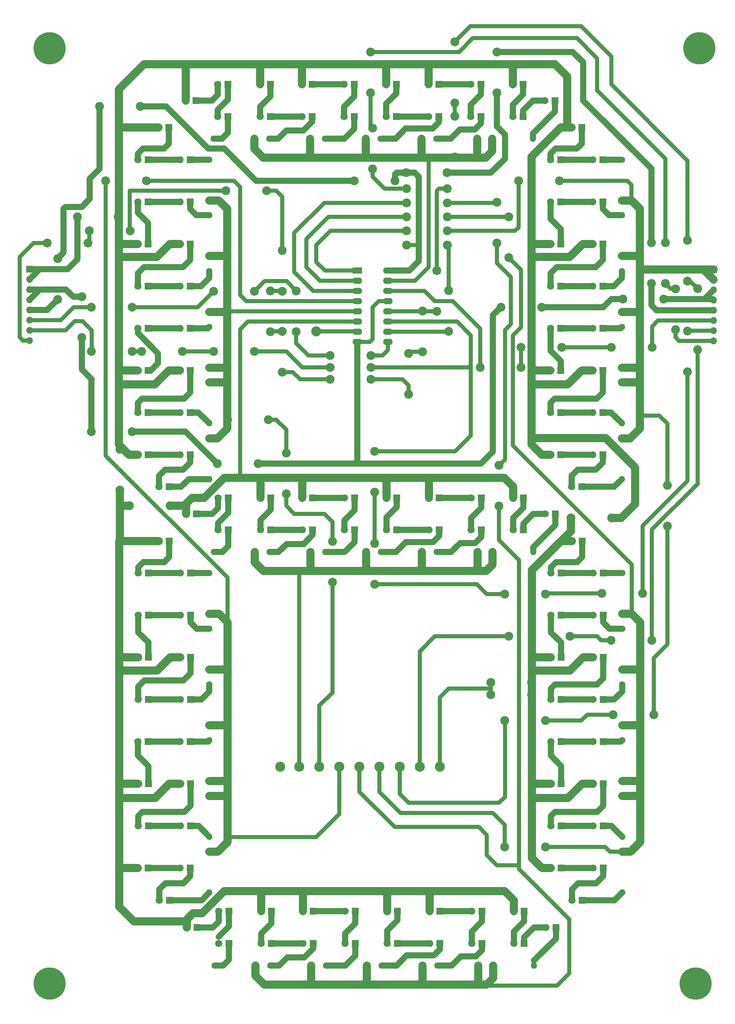
<source format=gbl>
%TF.GenerationSoftware,KiCad,Pcbnew,(6.0.6)*%
%TF.CreationDate,2022-09-29T15:29:04+08:00*%
%TF.ProjectId,7SegmentDisplay_DualLine_8Inches,37536567-6d65-46e7-9444-6973706c6179,rev?*%
%TF.SameCoordinates,Original*%
%TF.FileFunction,Copper,L2,Bot*%
%TF.FilePolarity,Positive*%
%FSLAX46Y46*%
G04 Gerber Fmt 4.6, Leading zero omitted, Abs format (unit mm)*
G04 Created by KiCad (PCBNEW (6.0.6)) date 2022-09-29 15:29:04*
%MOMM*%
%LPD*%
G01*
G04 APERTURE LIST*
%TA.AperFunction,ComponentPad*%
%ADD10C,0.900000*%
%TD*%
%TA.AperFunction,ComponentPad*%
%ADD11C,8.000000*%
%TD*%
%TA.AperFunction,ComponentPad*%
%ADD12R,1.800000X1.800000*%
%TD*%
%TA.AperFunction,ComponentPad*%
%ADD13C,1.800000*%
%TD*%
%TA.AperFunction,ComponentPad*%
%ADD14C,2.200000*%
%TD*%
%TA.AperFunction,ComponentPad*%
%ADD15O,2.200000X2.200000*%
%TD*%
%TA.AperFunction,ComponentPad*%
%ADD16C,1.600000*%
%TD*%
%TA.AperFunction,ComponentPad*%
%ADD17O,1.600000X1.600000*%
%TD*%
%TA.AperFunction,ComponentPad*%
%ADD18R,1.700000X1.700000*%
%TD*%
%TA.AperFunction,ComponentPad*%
%ADD19O,1.700000X1.700000*%
%TD*%
%TA.AperFunction,ComponentPad*%
%ADD20R,2.400000X1.600000*%
%TD*%
%TA.AperFunction,ComponentPad*%
%ADD21O,2.400000X1.600000*%
%TD*%
%TA.AperFunction,SMDPad,CuDef*%
%ADD22C,2.500000*%
%TD*%
%TA.AperFunction,Conductor*%
%ADD23C,1.524000*%
%TD*%
%TA.AperFunction,Conductor*%
%ADD24C,2.032000*%
%TD*%
%TA.AperFunction,Conductor*%
%ADD25C,1.016000*%
%TD*%
G04 APERTURE END LIST*
D10*
%TO.P,REF\u002A\u002A,1*%
%TO.N,N/C*%
X402000000Y-21000000D03*
X396000000Y-21000000D03*
X396878680Y-23121320D03*
D11*
X399000000Y-21000000D03*
D10*
X396878680Y-18878680D03*
X399000000Y-18000000D03*
X401121320Y-23121320D03*
X401121320Y-18878680D03*
X399000000Y-24000000D03*
%TD*%
%TO.P,REF\u002A\u002A,1*%
%TO.N,N/C*%
X402000000Y-254000000D03*
X396000000Y-254000000D03*
X396878680Y-256121320D03*
D11*
X399000000Y-254000000D03*
D10*
X396878680Y-251878680D03*
X399000000Y-251000000D03*
X401121320Y-256121320D03*
X401121320Y-251878680D03*
X399000000Y-257000000D03*
%TD*%
%TO.P,REF\u002A\u002A,1*%
%TO.N,N/C*%
X563000000Y-254000000D03*
X557000000Y-254000000D03*
X557878680Y-256121320D03*
D11*
X560000000Y-254000000D03*
D10*
X557878680Y-251878680D03*
X560000000Y-251000000D03*
X562121320Y-256121320D03*
X562121320Y-251878680D03*
X560000000Y-257000000D03*
%TD*%
%TO.P,REF\u002A\u002A,1*%
%TO.N,N/C*%
X558000000Y-21000000D03*
X563121320Y-18878680D03*
X561000000Y-24000000D03*
X563121320Y-23121320D03*
X558878680Y-23121320D03*
X558878680Y-18878680D03*
X561000000Y-18000000D03*
D11*
X561000000Y-21000000D03*
D10*
X564000000Y-21000000D03*
%TD*%
D12*
%TO.P,REF\u002A\u002A,1*%
%TO.N,N/C*%
X526515000Y-162250000D03*
D13*
%TO.P,REF\u002A\u002A,2*%
X523975000Y-162250000D03*
%TD*%
D12*
%TO.P,REF\u002A\u002A,1*%
%TO.N,N/C*%
X464555000Y-141000000D03*
D13*
%TO.P,REF\u002A\u002A,2*%
X462015000Y-141000000D03*
%TD*%
D12*
%TO.P,REF\u002A\u002A,1*%
%TO.N,N/C*%
X526485000Y-225250000D03*
D13*
%TO.P,REF\u002A\u002A,2*%
X523945000Y-225250000D03*
%TD*%
D12*
%TO.P,REF\u002A\u002A,1*%
%TO.N,N/C*%
X423605000Y-172750000D03*
D13*
%TO.P,REF\u002A\u002A,2*%
X421065000Y-172750000D03*
%TD*%
D12*
%TO.P,REF\u002A\u002A,1*%
%TO.N,N/C*%
X435580000Y-137000000D03*
D13*
%TO.P,REF\u002A\u002A,2*%
X433040000Y-137000000D03*
%TD*%
D14*
%TO.P,REF\u002A\u002A,1*%
%TO.N,N/C*%
X511500000Y-85500000D03*
D15*
%TO.P,REF\u002A\u002A,2*%
X521660000Y-85500000D03*
%TD*%
D12*
%TO.P,REF\u002A\u002A,1*%
%TO.N,N/C*%
X454095000Y-133000000D03*
D13*
%TO.P,REF\u002A\u002A,2*%
X451555000Y-133000000D03*
%TD*%
D14*
%TO.P,REF\u002A\u002A,1*%
%TO.N,N/C*%
X488000000Y-70000000D03*
D15*
%TO.P,REF\u002A\u002A,2*%
X498160000Y-70000000D03*
%TD*%
D14*
%TO.P,REF\u002A\u002A,1*%
%TO.N,N/C*%
X538920000Y-168500000D03*
D15*
%TO.P,REF\u002A\u002A,2*%
X549080000Y-168500000D03*
%TD*%
D16*
%TO.P,REF\u002A\u002A,1*%
%TO.N,N/C*%
X541645000Y-76500000D03*
D17*
%TO.P,REF\u002A\u002A,2*%
X541645000Y-86660000D03*
%TD*%
D12*
%TO.P,REF\u002A\u002A,1*%
%TO.N,N/C*%
X525055000Y-137000000D03*
D13*
%TO.P,REF\u002A\u002A,2*%
X522515000Y-137000000D03*
%TD*%
D16*
%TO.P,REF\u002A\u002A,1*%
%TO.N,N/C*%
X481670000Y-146500000D03*
D17*
%TO.P,REF\u002A\u002A,2*%
X491830000Y-146500000D03*
%TD*%
D16*
%TO.P,REF\u002A\u002A,1*%
%TO.N,N/C*%
X467670000Y-43500000D03*
D17*
%TO.P,REF\u002A\u002A,2*%
X477830000Y-43500000D03*
%TD*%
D12*
%TO.P,REF\u002A\u002A,1*%
%TO.N,N/C*%
X496257500Y-236007500D03*
D13*
%TO.P,REF\u002A\u002A,2*%
X493717500Y-236007500D03*
%TD*%
D16*
%TO.P,REF\u002A\u002A,1*%
%TO.N,N/C*%
X541725000Y-179500000D03*
D17*
%TO.P,REF\u002A\u002A,2*%
X541725000Y-189660000D03*
%TD*%
D16*
%TO.P,REF\u002A\u002A,1*%
%TO.N,N/C*%
X440162500Y-249507500D03*
D17*
%TO.P,REF\u002A\u002A,2*%
X450322500Y-249507500D03*
%TD*%
D16*
%TO.P,REF\u002A\u002A,1*%
%TO.N,N/C*%
X438750000Y-48750000D03*
D17*
%TO.P,REF\u002A\u002A,2*%
X438750000Y-58910000D03*
%TD*%
D12*
%TO.P,REF\u002A\u002A,1*%
%TO.N,N/C*%
X423525000Y-101250000D03*
D13*
%TO.P,REF\u002A\u002A,2*%
X420985000Y-101250000D03*
%TD*%
D12*
%TO.P,REF\u002A\u002A,1*%
%TO.N,N/C*%
X434105000Y-151750000D03*
D13*
%TO.P,REF\u002A\u002A,2*%
X431565000Y-151750000D03*
%TD*%
D14*
%TO.P,REF\u002A\u002A,1*%
%TO.N,N/C*%
X418920000Y-135000000D03*
D15*
%TO.P,REF\u002A\u002A,2*%
X429080000Y-135000000D03*
%TD*%
D16*
%TO.P,REF\u002A\u002A,1*%
%TO.N,N/C*%
X438830000Y-165580000D03*
D17*
%TO.P,REF\u002A\u002A,2*%
X438830000Y-175740000D03*
%TD*%
D16*
%TO.P,REF\u002A\u002A,1*%
%TO.N,N/C*%
X509340000Y-43500000D03*
D17*
%TO.P,REF\u002A\u002A,2*%
X519500000Y-43500000D03*
%TD*%
D14*
%TO.P,REF\u002A\u002A,1*%
%TO.N,N/C*%
X513500000Y-167500000D03*
D15*
%TO.P,REF\u002A\u002A,2*%
X528740000Y-167500000D03*
%TD*%
D14*
%TO.P,REF\u002A\u002A,1*%
%TO.N,N/C*%
X408920000Y-66500000D03*
D15*
%TO.P,REF\u002A\u002A,2*%
X419080000Y-66500000D03*
%TD*%
D16*
%TO.P,REF\u002A\u002A,1*%
%TO.N,N/C*%
X453830000Y-146500000D03*
D17*
%TO.P,REF\u002A\u002A,2*%
X463990000Y-146500000D03*
%TD*%
D12*
%TO.P,REF\u002A\u002A,1*%
%TO.N,N/C*%
X485555000Y-133000000D03*
D13*
%TO.P,REF\u002A\u002A,2*%
X483015000Y-133000000D03*
%TD*%
D12*
%TO.P,REF\u002A\u002A,1*%
%TO.N,N/C*%
X423525000Y-80250000D03*
D13*
%TO.P,REF\u002A\u002A,2*%
X420985000Y-80250000D03*
%TD*%
D12*
%TO.P,REF\u002A\u002A,1*%
%TO.N,N/C*%
X423605000Y-204250000D03*
D13*
%TO.P,REF\u002A\u002A,2*%
X421065000Y-204250000D03*
%TD*%
D12*
%TO.P,REF\u002A\u002A,1*%
%TO.N,N/C*%
X526405000Y-90750000D03*
D13*
%TO.P,REF\u002A\u002A,2*%
X523865000Y-90750000D03*
%TD*%
D12*
%TO.P,REF\u002A\u002A,1*%
%TO.N,N/C*%
X454015000Y-30000000D03*
D13*
%TO.P,REF\u002A\u002A,2*%
X451475000Y-30000000D03*
%TD*%
D16*
%TO.P,REF\u002A\u002A,1*%
%TO.N,N/C*%
X438750000Y-118170000D03*
D17*
%TO.P,REF\u002A\u002A,2*%
X438750000Y-128330000D03*
%TD*%
D16*
%TO.P,REF\u002A\u002A,1*%
%TO.N,N/C*%
X541725000Y-193420000D03*
D17*
%TO.P,REF\u002A\u002A,2*%
X541725000Y-203580000D03*
%TD*%
D18*
%TO.P,REF\u002A\u002A,1*%
%TO.N,N/C*%
X394000000Y-76000000D03*
D19*
%TO.P,REF\u002A\u002A,2*%
X394000000Y-78540000D03*
%TO.P,REF\u002A\u002A,3*%
X394000000Y-81080000D03*
%TO.P,REF\u002A\u002A,4*%
X394000000Y-83620000D03*
%TO.P,REF\u002A\u002A,5*%
X394000000Y-86160000D03*
%TO.P,REF\u002A\u002A,6*%
X394000000Y-88700000D03*
%TO.P,REF\u002A\u002A,7*%
X394000000Y-91240000D03*
%TO.P,REF\u002A\u002A,8*%
X394000000Y-93780000D03*
%TD*%
D12*
%TO.P,REF\u002A\u002A,1*%
%TO.N,N/C*%
X434105000Y-204250000D03*
D13*
%TO.P,REF\u002A\u002A,2*%
X431565000Y-204250000D03*
%TD*%
D12*
%TO.P,REF\u002A\u002A,1*%
%TO.N,N/C*%
X506757500Y-236007500D03*
D13*
%TO.P,REF\u002A\u002A,2*%
X504217500Y-236007500D03*
%TD*%
D14*
%TO.P,REF\u002A\u002A,1*%
%TO.N,N/C*%
X510500000Y-69500000D03*
D15*
%TO.P,REF\u002A\u002A,2*%
X510500000Y-59340000D03*
%TD*%
D12*
%TO.P,REF\u002A\u002A,1*%
%TO.N,N/C*%
X434090000Y-193750000D03*
D13*
%TO.P,REF\u002A\u002A,2*%
X431550000Y-193750000D03*
%TD*%
D12*
%TO.P,REF\u002A\u002A,1*%
%TO.N,N/C*%
X443717500Y-236007500D03*
D13*
%TO.P,REF\u002A\u002A,2*%
X441177500Y-236007500D03*
%TD*%
D12*
%TO.P,REF\u002A\u002A,1*%
%TO.N,N/C*%
X536985000Y-225250000D03*
D13*
%TO.P,REF\u002A\u002A,2*%
X534445000Y-225250000D03*
%TD*%
D14*
%TO.P,REF\u002A\u002A,1*%
%TO.N,N/C*%
X409420000Y-116500000D03*
D15*
%TO.P,REF\u002A\u002A,2*%
X419580000Y-116500000D03*
%TD*%
D14*
%TO.P,REF\u002A\u002A,1*%
%TO.N,N/C*%
X511000000Y-135080000D03*
D15*
%TO.P,REF\u002A\u002A,2*%
X511000000Y-124920000D03*
%TD*%
D14*
%TO.P,REF\u002A\u002A,1*%
%TO.N,N/C*%
X453500000Y-113500000D03*
D15*
%TO.P,REF\u002A\u002A,2*%
X443340000Y-113500000D03*
%TD*%
D14*
%TO.P,REF\u002A\u002A,1*%
%TO.N,N/C*%
X552500000Y-79580000D03*
D15*
%TO.P,REF\u002A\u002A,2*%
X552500000Y-69420000D03*
%TD*%
D12*
%TO.P,REF\u002A\u002A,1*%
%TO.N,N/C*%
X423510000Y-90750000D03*
D13*
%TO.P,REF\u002A\u002A,2*%
X420970000Y-90750000D03*
%TD*%
D12*
%TO.P,REF\u002A\u002A,1*%
%TO.N,N/C*%
X536920000Y-101250000D03*
D13*
%TO.P,REF\u002A\u002A,2*%
X534380000Y-101250000D03*
%TD*%
D12*
%TO.P,REF\u002A\u002A,1*%
%TO.N,N/C*%
X475055000Y-141000000D03*
D13*
%TO.P,REF\u002A\u002A,2*%
X472515000Y-141000000D03*
%TD*%
D12*
%TO.P,REF\u002A\u002A,1*%
%TO.N,N/C*%
X428775000Y-130250000D03*
D13*
%TO.P,REF\u002A\u002A,2*%
X426235000Y-130250000D03*
%TD*%
D12*
%TO.P,REF\u002A\u002A,1*%
%TO.N,N/C*%
X526485000Y-193750000D03*
D13*
%TO.P,REF\u002A\u002A,2*%
X523945000Y-193750000D03*
%TD*%
D14*
%TO.P,REF\u002A\u002A,1*%
%TO.N,N/C*%
X457000000Y-71340000D03*
D15*
%TO.P,REF\u002A\u002A,2*%
X457000000Y-81500000D03*
%TD*%
D12*
%TO.P,REF\u002A\u002A,1*%
%TO.N,N/C*%
X526500000Y-183250000D03*
D13*
%TO.P,REF\u002A\u002A,2*%
X523960000Y-183250000D03*
%TD*%
D12*
%TO.P,REF\u002A\u002A,1*%
%TO.N,N/C*%
X464717500Y-236007500D03*
D13*
%TO.P,REF\u002A\u002A,2*%
X462177500Y-236007500D03*
%TD*%
D14*
%TO.P,REF\u002A\u002A,1*%
%TO.N,N/C*%
X416500000Y-131080000D03*
D15*
%TO.P,REF\u002A\u002A,2*%
X416500000Y-120920000D03*
%TD*%
D14*
%TO.P,REF\u002A\u002A,1*%
%TO.N,N/C*%
X555000000Y-91080000D03*
D15*
%TO.P,REF\u002A\u002A,2*%
X555000000Y-80920000D03*
%TD*%
D14*
%TO.P,REF\u002A\u002A,1*%
%TO.N,N/C*%
X421580000Y-35500000D03*
D15*
%TO.P,REF\u002A\u002A,2*%
X411420000Y-35500000D03*
%TD*%
D12*
%TO.P,REF\u002A\u002A,1*%
%TO.N,N/C*%
X434010000Y-90750000D03*
D13*
%TO.P,REF\u002A\u002A,2*%
X431470000Y-90750000D03*
%TD*%
D14*
%TO.P,REF\u002A\u002A,1*%
%TO.N,N/C*%
X498160000Y-56000000D03*
D15*
%TO.P,REF\u002A\u002A,2*%
X488000000Y-56000000D03*
%TD*%
D12*
%TO.P,REF\u002A\u002A,1*%
%TO.N,N/C*%
X434105000Y-172750000D03*
D13*
%TO.P,REF\u002A\u002A,2*%
X431565000Y-172750000D03*
%TD*%
D12*
%TO.P,REF\u002A\u002A,1*%
%TO.N,N/C*%
X526420000Y-111750000D03*
D13*
%TO.P,REF\u002A\u002A,2*%
X523880000Y-111750000D03*
%TD*%
D12*
%TO.P,REF\u002A\u002A,1*%
%TO.N,N/C*%
X423525000Y-48750000D03*
D13*
%TO.P,REF\u002A\u002A,2*%
X420985000Y-48750000D03*
%TD*%
D14*
%TO.P,REF\u002A\u002A,1*%
%TO.N,N/C*%
X488000000Y-66500000D03*
D15*
%TO.P,REF\u002A\u002A,2*%
X498160000Y-66500000D03*
%TD*%
D12*
%TO.P,REF\u002A\u002A,1*%
%TO.N,N/C*%
X423525000Y-69750000D03*
D13*
%TO.P,REF\u002A\u002A,2*%
X420985000Y-69750000D03*
%TD*%
D16*
%TO.P,REF\u002A\u002A,1*%
%TO.N,N/C*%
X438830000Y-179500000D03*
D17*
%TO.P,REF\u002A\u002A,2*%
X438830000Y-189660000D03*
%TD*%
D14*
%TO.P,REF\u002A\u002A,1*%
%TO.N,N/C*%
X454000000Y-81420000D03*
D15*
%TO.P,REF\u002A\u002A,2*%
X454000000Y-91580000D03*
%TD*%
D12*
%TO.P,REF\u002A\u002A,1*%
%TO.N,N/C*%
X428750000Y-40750000D03*
D13*
%TO.P,REF\u002A\u002A,2*%
X426210000Y-40750000D03*
%TD*%
D16*
%TO.P,REF\u002A\u002A,1*%
%TO.N,N/C*%
X439920000Y-43500000D03*
D17*
%TO.P,REF\u002A\u002A,2*%
X450080000Y-43500000D03*
%TD*%
D12*
%TO.P,REF\u002A\u002A,1*%
%TO.N,N/C*%
X536935000Y-59250000D03*
D13*
%TO.P,REF\u002A\u002A,2*%
X534395000Y-59250000D03*
%TD*%
D14*
%TO.P,REF\u002A\u002A,1*%
%TO.N,N/C*%
X468920000Y-103500000D03*
D15*
%TO.P,REF\u002A\u002A,2*%
X479080000Y-103500000D03*
%TD*%
D16*
%TO.P,REF\u002A\u002A,1*%
%TO.N,N/C*%
X541645000Y-62580000D03*
D17*
%TO.P,REF\u002A\u002A,2*%
X541645000Y-72740000D03*
%TD*%
D14*
%TO.P,REF\u002A\u002A,1*%
%TO.N,N/C*%
X510500000Y-32080000D03*
D15*
%TO.P,REF\u002A\u002A,2*%
X510500000Y-21920000D03*
%TD*%
D14*
%TO.P,REF\u002A\u002A,1*%
%TO.N,N/C*%
X480000000Y-154500000D03*
D15*
%TO.P,REF\u002A\u002A,2*%
X480000000Y-144340000D03*
%TD*%
D12*
%TO.P,REF\u002A\u002A,1*%
%TO.N,N/C*%
X443555000Y-141000000D03*
D13*
%TO.P,REF\u002A\u002A,2*%
X441015000Y-141000000D03*
%TD*%
D12*
%TO.P,REF\u002A\u002A,1*%
%TO.N,N/C*%
X496015000Y-38000000D03*
D13*
%TO.P,REF\u002A\u002A,2*%
X493475000Y-38000000D03*
%TD*%
D12*
%TO.P,REF\u002A\u002A,1*%
%TO.N,N/C*%
X531670000Y-130250000D03*
D13*
%TO.P,REF\u002A\u002A,2*%
X529130000Y-130250000D03*
%TD*%
D16*
%TO.P,REF\u002A\u002A,1*%
%TO.N,N/C*%
X438750000Y-90420000D03*
D17*
%TO.P,REF\u002A\u002A,2*%
X438750000Y-100580000D03*
%TD*%
D12*
%TO.P,REF\u002A\u002A,1*%
%TO.N,N/C*%
X517095000Y-133000000D03*
D13*
%TO.P,REF\u002A\u002A,2*%
X514555000Y-133000000D03*
%TD*%
D12*
%TO.P,REF\u002A\u002A,1*%
%TO.N,N/C*%
X443555000Y-133000000D03*
D13*
%TO.P,REF\u002A\u002A,2*%
X441015000Y-133000000D03*
%TD*%
D16*
%TO.P,REF\u002A\u002A,1*%
%TO.N,N/C*%
X467912500Y-249507500D03*
D17*
%TO.P,REF\u002A\u002A,2*%
X478072500Y-249507500D03*
%TD*%
D12*
%TO.P,REF\u002A\u002A,1*%
%TO.N,N/C*%
X526500000Y-204250000D03*
D13*
%TO.P,REF\u002A\u002A,2*%
X523960000Y-204250000D03*
%TD*%
D12*
%TO.P,REF\u002A\u002A,1*%
%TO.N,N/C*%
X434025000Y-111750000D03*
D13*
%TO.P,REF\u002A\u002A,2*%
X431485000Y-111750000D03*
%TD*%
D12*
%TO.P,REF\u002A\u002A,1*%
%TO.N,N/C*%
X434090000Y-225250000D03*
D13*
%TO.P,REF\u002A\u002A,2*%
X431550000Y-225250000D03*
%TD*%
D12*
%TO.P,REF\u002A\u002A,1*%
%TO.N,N/C*%
X475217500Y-244007500D03*
D13*
%TO.P,REF\u002A\u002A,2*%
X472677500Y-244007500D03*
%TD*%
D12*
%TO.P,REF\u002A\u002A,1*%
%TO.N,N/C*%
X537000000Y-183250000D03*
D13*
%TO.P,REF\u002A\u002A,2*%
X534460000Y-183250000D03*
%TD*%
D12*
%TO.P,REF\u002A\u002A,1*%
%TO.N,N/C*%
X423510000Y-122250000D03*
D13*
%TO.P,REF\u002A\u002A,2*%
X420970000Y-122250000D03*
%TD*%
D12*
%TO.P,REF\u002A\u002A,1*%
%TO.N,N/C*%
X526420000Y-80250000D03*
D13*
%TO.P,REF\u002A\u002A,2*%
X523880000Y-80250000D03*
%TD*%
D14*
%TO.P,REF\u002A\u002A,1*%
%TO.N,N/C*%
X553000000Y-140000000D03*
D15*
%TO.P,REF\u002A\u002A,2*%
X553000000Y-129840000D03*
%TD*%
D12*
%TO.P,REF\u002A\u002A,1*%
%TO.N,N/C*%
X434105000Y-214750000D03*
D13*
%TO.P,REF\u002A\u002A,2*%
X431565000Y-214750000D03*
%TD*%
D14*
%TO.P,REF\u002A\u002A,1*%
%TO.N,N/C*%
X458000000Y-132000000D03*
D15*
%TO.P,REF\u002A\u002A,2*%
X458000000Y-121840000D03*
%TD*%
D12*
%TO.P,REF\u002A\u002A,1*%
%TO.N,N/C*%
X526420000Y-101250000D03*
D13*
%TO.P,REF\u002A\u002A,2*%
X523880000Y-101250000D03*
%TD*%
D14*
%TO.P,REF\u002A\u002A,1*%
%TO.N,N/C*%
X492000000Y-86420000D03*
D15*
%TO.P,REF\u002A\u002A,2*%
X492000000Y-96580000D03*
%TD*%
D12*
%TO.P,REF\u002A\u002A,1*%
%TO.N,N/C*%
X423540000Y-59250000D03*
D13*
%TO.P,REF\u002A\u002A,2*%
X421000000Y-59250000D03*
%TD*%
D12*
%TO.P,REF\u002A\u002A,1*%
%TO.N,N/C*%
X475217500Y-236007500D03*
D13*
%TO.P,REF\u002A\u002A,2*%
X472677500Y-236007500D03*
%TD*%
D12*
%TO.P,REF\u002A\u002A,1*%
%TO.N,N/C*%
X526500000Y-214750000D03*
D13*
%TO.P,REF\u002A\u002A,2*%
X523960000Y-214750000D03*
%TD*%
D14*
%TO.P,REF\u002A\u002A,1*%
%TO.N,N/C*%
X460500000Y-91580000D03*
D15*
%TO.P,REF\u002A\u002A,2*%
X460500000Y-81420000D03*
%TD*%
D12*
%TO.P,REF\u002A\u002A,1*%
%TO.N,N/C*%
X434010000Y-122250000D03*
D13*
%TO.P,REF\u002A\u002A,2*%
X431470000Y-122250000D03*
%TD*%
D16*
%TO.P,REF\u002A\u002A,1*%
%TO.N,N/C*%
X438750000Y-104250000D03*
D17*
%TO.P,REF\u002A\u002A,2*%
X438750000Y-114410000D03*
%TD*%
D16*
%TO.P,REF\u002A\u002A,1*%
%TO.N,N/C*%
X495500000Y-146500000D03*
D17*
%TO.P,REF\u002A\u002A,2*%
X505660000Y-146500000D03*
%TD*%
D14*
%TO.P,REF\u002A\u002A,1*%
%TO.N,N/C*%
X512420000Y-220000000D03*
D15*
%TO.P,REF\u002A\u002A,2*%
X522580000Y-220000000D03*
%TD*%
D12*
%TO.P,REF\u002A\u002A,1*%
%TO.N,N/C*%
X428855000Y-233250000D03*
D13*
%TO.P,REF\u002A\u002A,2*%
X426315000Y-233250000D03*
%TD*%
D12*
%TO.P,REF\u002A\u002A,1*%
%TO.N,N/C*%
X443717500Y-244007500D03*
D13*
%TO.P,REF\u002A\u002A,2*%
X441177500Y-244007500D03*
%TD*%
D12*
%TO.P,REF\u002A\u002A,1*%
%TO.N,N/C*%
X423590000Y-193750000D03*
D13*
%TO.P,REF\u002A\u002A,2*%
X421050000Y-193750000D03*
%TD*%
D18*
%TO.P,REF\u002A\u002A,1*%
%TO.N,N/C*%
X564500000Y-76125000D03*
D19*
%TO.P,REF\u002A\u002A,2*%
X564500000Y-78665000D03*
%TO.P,REF\u002A\u002A,3*%
X564500000Y-81205000D03*
%TO.P,REF\u002A\u002A,4*%
X564500000Y-83745000D03*
%TO.P,REF\u002A\u002A,5*%
X564500000Y-86285000D03*
%TO.P,REF\u002A\u002A,6*%
X564500000Y-88825000D03*
%TO.P,REF\u002A\u002A,7*%
X564500000Y-91365000D03*
%TO.P,REF\u002A\u002A,8*%
X564500000Y-93905000D03*
%TD*%
D14*
%TO.P,REF\u002A\u002A,1*%
%TO.N,N/C*%
X488000000Y-63000000D03*
D15*
%TO.P,REF\u002A\u002A,2*%
X498160000Y-63000000D03*
%TD*%
D16*
%TO.P,REF\u002A\u002A,1*%
%TO.N,N/C*%
X481590000Y-43500000D03*
D17*
%TO.P,REF\u002A\u002A,2*%
X491750000Y-43500000D03*
%TD*%
D14*
%TO.P,REF\u002A\u002A,1*%
%TO.N,N/C*%
X558000000Y-101580000D03*
D15*
%TO.P,REF\u002A\u002A,2*%
X558000000Y-91420000D03*
%TD*%
D14*
%TO.P,REF\u002A\u002A,1*%
%TO.N,N/C*%
X401000000Y-83580000D03*
D15*
%TO.P,REF\u002A\u002A,2*%
X401000000Y-73420000D03*
%TD*%
D12*
%TO.P,REF\u002A\u002A,1*%
%TO.N,N/C*%
X423605000Y-151750000D03*
D13*
%TO.P,REF\u002A\u002A,2*%
X421065000Y-151750000D03*
%TD*%
D14*
%TO.P,REF\u002A\u002A,1*%
%TO.N,N/C*%
X469500000Y-154000000D03*
D15*
%TO.P,REF\u002A\u002A,2*%
X469500000Y-143840000D03*
%TD*%
D14*
%TO.P,REF\u002A\u002A,1*%
%TO.N,N/C*%
X485080000Y-54000000D03*
D15*
%TO.P,REF\u002A\u002A,2*%
X474920000Y-54000000D03*
%TD*%
D12*
%TO.P,REF\u002A\u002A,1*%
%TO.N,N/C*%
X526420000Y-69750000D03*
D13*
%TO.P,REF\u002A\u002A,2*%
X523880000Y-69750000D03*
%TD*%
D12*
%TO.P,REF\u002A\u002A,1*%
%TO.N,N/C*%
X496095000Y-133000000D03*
D13*
%TO.P,REF\u002A\u002A,2*%
X493555000Y-133000000D03*
%TD*%
D12*
%TO.P,REF\u002A\u002A,1*%
%TO.N,N/C*%
X423620000Y-162250000D03*
D13*
%TO.P,REF\u002A\u002A,2*%
X421080000Y-162250000D03*
%TD*%
D12*
%TO.P,REF\u002A\u002A,1*%
%TO.N,N/C*%
X496015000Y-30000000D03*
D13*
%TO.P,REF\u002A\u002A,2*%
X493475000Y-30000000D03*
%TD*%
D14*
%TO.P,REF\u002A\u002A,1*%
%TO.N,N/C*%
X500000000Y-48080000D03*
D15*
%TO.P,REF\u002A\u002A,2*%
X500000000Y-37920000D03*
%TD*%
D16*
%TO.P,REF\u002A\u002A,1*%
%TO.N,N/C*%
X438830000Y-151750000D03*
D17*
%TO.P,REF\u002A\u002A,2*%
X438830000Y-161910000D03*
%TD*%
D16*
%TO.P,REF\u002A\u002A,1*%
%TO.N,N/C*%
X438830000Y-207250000D03*
D17*
%TO.P,REF\u002A\u002A,2*%
X438830000Y-217410000D03*
%TD*%
D12*
%TO.P,REF\u002A\u002A,1*%
%TO.N,N/C*%
X506595000Y-133000000D03*
D13*
%TO.P,REF\u002A\u002A,2*%
X504055000Y-133000000D03*
%TD*%
D12*
%TO.P,REF\u002A\u002A,1*%
%TO.N,N/C*%
X475055000Y-133000000D03*
D13*
%TO.P,REF\u002A\u002A,2*%
X472515000Y-133000000D03*
%TD*%
D14*
%TO.P,REF\u002A\u002A,1*%
%TO.N,N/C*%
X541920000Y-83500000D03*
D15*
%TO.P,REF\u002A\u002A,2*%
X552080000Y-83500000D03*
%TD*%
D12*
%TO.P,REF\u002A\u002A,1*%
%TO.N,N/C*%
X506595000Y-141000000D03*
D13*
%TO.P,REF\u002A\u002A,2*%
X504055000Y-141000000D03*
%TD*%
D14*
%TO.P,REF\u002A\u002A,1*%
%TO.N,N/C*%
X549000000Y-79580000D03*
D15*
%TO.P,REF\u002A\u002A,2*%
X549000000Y-69420000D03*
%TD*%
D16*
%TO.P,REF\u002A\u002A,1*%
%TO.N,N/C*%
X438830000Y-221170000D03*
D17*
%TO.P,REF\u002A\u002A,2*%
X438830000Y-231330000D03*
%TD*%
D12*
%TO.P,REF\u002A\u002A,1*%
%TO.N,N/C*%
X536920000Y-111750000D03*
D13*
%TO.P,REF\u002A\u002A,2*%
X534380000Y-111750000D03*
%TD*%
D16*
%TO.P,REF\u002A\u002A,1*%
%TO.N,N/C*%
X438830000Y-193420000D03*
D17*
%TO.P,REF\u002A\u002A,2*%
X438830000Y-203580000D03*
%TD*%
D12*
%TO.P,REF\u002A\u002A,1*%
%TO.N,N/C*%
X517257500Y-236007500D03*
D13*
%TO.P,REF\u002A\u002A,2*%
X514717500Y-236007500D03*
%TD*%
D12*
%TO.P,REF\u002A\u002A,1*%
%TO.N,N/C*%
X517015000Y-38000000D03*
D13*
%TO.P,REF\u002A\u002A,2*%
X514475000Y-38000000D03*
%TD*%
D12*
%TO.P,REF\u002A\u002A,1*%
%TO.N,N/C*%
X496257500Y-244007500D03*
D13*
%TO.P,REF\u002A\u002A,2*%
X493717500Y-244007500D03*
%TD*%
D14*
%TO.P,REF\u002A\u002A,1*%
%TO.N,N/C*%
X442920000Y-56500000D03*
D15*
%TO.P,REF\u002A\u002A,2*%
X453080000Y-56500000D03*
%TD*%
D16*
%TO.P,REF\u002A\u002A,1*%
%TO.N,N/C*%
X541645000Y-90420000D03*
D17*
%TO.P,REF\u002A\u002A,2*%
X541645000Y-100580000D03*
%TD*%
D12*
%TO.P,REF\u002A\u002A,1*%
%TO.N,N/C*%
X531725000Y-143750000D03*
D13*
%TO.P,REF\u002A\u002A,2*%
X529185000Y-143750000D03*
%TD*%
D16*
%TO.P,REF\u002A\u002A,1*%
%TO.N,N/C*%
X453750000Y-43500000D03*
D17*
%TO.P,REF\u002A\u002A,2*%
X463910000Y-43500000D03*
%TD*%
D14*
%TO.P,REF\u002A\u002A,1*%
%TO.N,N/C*%
X398420000Y-69500000D03*
D15*
%TO.P,REF\u002A\u002A,2*%
X408580000Y-69500000D03*
%TD*%
D16*
%TO.P,REF\u002A\u002A,1*%
%TO.N,N/C*%
X541725000Y-151750000D03*
D17*
%TO.P,REF\u002A\u002A,2*%
X541725000Y-161910000D03*
%TD*%
D14*
%TO.P,REF\u002A\u002A,1*%
%TO.N,N/C*%
X516500000Y-95500000D03*
D15*
%TO.P,REF\u002A\u002A,2*%
X526660000Y-95500000D03*
%TD*%
D14*
%TO.P,REF\u002A\u002A,1*%
%TO.N,N/C*%
X479080000Y-100500000D03*
D15*
%TO.P,REF\u002A\u002A,2*%
X468920000Y-100500000D03*
%TD*%
D12*
%TO.P,REF\u002A\u002A,1*%
%TO.N,N/C*%
X423605000Y-214750000D03*
D13*
%TO.P,REF\u002A\u002A,2*%
X421065000Y-214750000D03*
%TD*%
D12*
%TO.P,REF\u002A\u002A,1*%
%TO.N,N/C*%
X506757500Y-244007500D03*
D13*
%TO.P,REF\u002A\u002A,2*%
X504217500Y-244007500D03*
%TD*%
D16*
%TO.P,REF\u002A\u002A,1*%
%TO.N,N/C*%
X541725000Y-221170000D03*
D17*
%TO.P,REF\u002A\u002A,2*%
X541725000Y-231330000D03*
%TD*%
D14*
%TO.P,REF\u002A\u002A,1*%
%TO.N,N/C*%
X498080000Y-52000000D03*
D15*
%TO.P,REF\u002A\u002A,2*%
X487920000Y-52000000D03*
%TD*%
D12*
%TO.P,REF\u002A\u002A,1*%
%TO.N,N/C*%
X537015000Y-162250000D03*
D13*
%TO.P,REF\u002A\u002A,2*%
X534475000Y-162250000D03*
%TD*%
D16*
%TO.P,REF\u002A\u002A,1*%
%TO.N,N/C*%
X509420000Y-146500000D03*
D17*
%TO.P,REF\u002A\u002A,2*%
X519580000Y-146500000D03*
%TD*%
D12*
%TO.P,REF\u002A\u002A,1*%
%TO.N,N/C*%
X464475000Y-38000000D03*
D13*
%TO.P,REF\u002A\u002A,2*%
X461935000Y-38000000D03*
%TD*%
D12*
%TO.P,REF\u002A\u002A,1*%
%TO.N,N/C*%
X454257500Y-236007500D03*
D13*
%TO.P,REF\u002A\u002A,2*%
X451717500Y-236007500D03*
%TD*%
D12*
%TO.P,REF\u002A\u002A,1*%
%TO.N,N/C*%
X434025000Y-80250000D03*
D13*
%TO.P,REF\u002A\u002A,2*%
X431485000Y-80250000D03*
%TD*%
D12*
%TO.P,REF\u002A\u002A,1*%
%TO.N,N/C*%
X434025000Y-69750000D03*
D13*
%TO.P,REF\u002A\u002A,2*%
X431485000Y-69750000D03*
%TD*%
D14*
%TO.P,REF\u002A\u002A,1*%
%TO.N,N/C*%
X440840000Y-124500000D03*
D15*
%TO.P,REF\u002A\u002A,2*%
X451000000Y-124500000D03*
%TD*%
D14*
%TO.P,REF\u002A\u002A,1*%
%TO.N,N/C*%
X509000000Y-182000000D03*
D15*
%TO.P,REF\u002A\u002A,2*%
X519160000Y-182000000D03*
%TD*%
D14*
%TO.P,REF\u002A\u002A,1*%
%TO.N,N/C*%
X480000000Y-131580000D03*
D15*
%TO.P,REF\u002A\u002A,2*%
X480000000Y-121420000D03*
%TD*%
D14*
%TO.P,REF\u002A\u002A,1*%
%TO.N,N/C*%
X528920000Y-138000000D03*
D15*
%TO.P,REF\u002A\u002A,2*%
X539080000Y-138000000D03*
%TD*%
D12*
%TO.P,REF\u002A\u002A,1*%
%TO.N,N/C*%
X525217500Y-240007500D03*
D13*
%TO.P,REF\u002A\u002A,2*%
X522677500Y-240007500D03*
%TD*%
D20*
%TO.P,REF\u002A\u002A,1*%
%TO.N,N/C*%
X475675000Y-76375000D03*
D21*
%TO.P,REF\u002A\u002A,2*%
X475675000Y-78915000D03*
%TO.P,REF\u002A\u002A,3*%
X475675000Y-81455000D03*
%TO.P,REF\u002A\u002A,4*%
X475675000Y-83995000D03*
%TO.P,REF\u002A\u002A,5*%
X475675000Y-86535000D03*
%TO.P,REF\u002A\u002A,6*%
X475675000Y-89075000D03*
%TO.P,REF\u002A\u002A,7*%
X475675000Y-91615000D03*
%TO.P,REF\u002A\u002A,8*%
X475675000Y-94155000D03*
%TO.P,REF\u002A\u002A,9*%
X483295000Y-94155000D03*
%TO.P,REF\u002A\u002A,10*%
X483295000Y-91615000D03*
%TO.P,REF\u002A\u002A,11*%
X483295000Y-89075000D03*
%TO.P,REF\u002A\u002A,12*%
X483295000Y-86535000D03*
%TO.P,REF\u002A\u002A,13*%
X483295000Y-83995000D03*
%TO.P,REF\u002A\u002A,14*%
X483295000Y-81455000D03*
%TO.P,REF\u002A\u002A,15*%
X483295000Y-78915000D03*
%TO.P,REF\u002A\u002A,16*%
X483295000Y-76375000D03*
%TD*%
D16*
%TO.P,REF\u002A\u002A,1*%
%TO.N,N/C*%
X453992500Y-249507500D03*
D17*
%TO.P,REF\u002A\u002A,2*%
X464152500Y-249507500D03*
%TD*%
D12*
%TO.P,REF\u002A\u002A,1*%
%TO.N,N/C*%
X506515000Y-30000000D03*
D13*
%TO.P,REF\u002A\u002A,2*%
X503975000Y-30000000D03*
%TD*%
D12*
%TO.P,REF\u002A\u002A,1*%
%TO.N,N/C*%
X485475000Y-30000000D03*
D13*
%TO.P,REF\u002A\u002A,2*%
X482935000Y-30000000D03*
%TD*%
D16*
%TO.P,REF\u002A\u002A,1*%
%TO.N,N/C*%
X541645000Y-48750000D03*
D17*
%TO.P,REF\u002A\u002A,2*%
X541645000Y-58910000D03*
%TD*%
D12*
%TO.P,REF\u002A\u002A,1*%
%TO.N,N/C*%
X474975000Y-38000000D03*
D13*
%TO.P,REF\u002A\u002A,2*%
X472435000Y-38000000D03*
%TD*%
D12*
%TO.P,REF\u002A\u002A,1*%
%TO.N,N/C*%
X464555000Y-133000000D03*
D13*
%TO.P,REF\u002A\u002A,2*%
X462015000Y-133000000D03*
%TD*%
D12*
%TO.P,REF\u002A\u002A,1*%
%TO.N,N/C*%
X524975000Y-34000000D03*
D13*
%TO.P,REF\u002A\u002A,2*%
X522435000Y-34000000D03*
%TD*%
D16*
%TO.P,REF\u002A\u002A,1*%
%TO.N,N/C*%
X541645000Y-118170000D03*
D17*
%TO.P,REF\u002A\u002A,2*%
X541645000Y-128330000D03*
%TD*%
D12*
%TO.P,REF\u002A\u002A,1*%
%TO.N,N/C*%
X536920000Y-48750000D03*
D13*
%TO.P,REF\u002A\u002A,2*%
X534380000Y-48750000D03*
%TD*%
D12*
%TO.P,REF\u002A\u002A,1*%
%TO.N,N/C*%
X526420000Y-48750000D03*
D13*
%TO.P,REF\u002A\u002A,2*%
X523880000Y-48750000D03*
%TD*%
D12*
%TO.P,REF\u002A\u002A,1*%
%TO.N,N/C*%
X434025000Y-101250000D03*
D13*
%TO.P,REF\u002A\u002A,2*%
X431485000Y-101250000D03*
%TD*%
D12*
%TO.P,REF\u002A\u002A,1*%
%TO.N,N/C*%
X496095000Y-141000000D03*
D13*
%TO.P,REF\u002A\u002A,2*%
X493555000Y-141000000D03*
%TD*%
D14*
%TO.P,REF\u002A\u002A,1*%
%TO.N,N/C*%
X500000000Y-34620000D03*
D15*
%TO.P,REF\u002A\u002A,2*%
X500000000Y-19380000D03*
%TD*%
D12*
%TO.P,REF\u002A\u002A,1*%
%TO.N,N/C*%
X464475000Y-30000000D03*
D13*
%TO.P,REF\u002A\u002A,2*%
X461935000Y-30000000D03*
%TD*%
D14*
%TO.P,REF\u002A\u002A,1*%
%TO.N,N/C*%
X515920000Y-54000000D03*
D15*
%TO.P,REF\u002A\u002A,2*%
X526080000Y-54000000D03*
%TD*%
D14*
%TO.P,REF\u002A\u002A,1*%
%TO.N,N/C*%
X450080000Y-96500000D03*
D15*
%TO.P,REF\u002A\u002A,2*%
X439920000Y-96500000D03*
%TD*%
D14*
%TO.P,REF\u002A\u002A,1*%
%TO.N,N/C*%
X558000000Y-79000000D03*
D15*
%TO.P,REF\u002A\u002A,2*%
X558000000Y-68840000D03*
%TD*%
D16*
%TO.P,REF\u002A\u002A,1*%
%TO.N,N/C*%
X509582500Y-249507500D03*
D17*
%TO.P,REF\u002A\u002A,2*%
X519742500Y-249507500D03*
%TD*%
D14*
%TO.P,REF\u002A\u002A,1*%
%TO.N,N/C*%
X488500000Y-97000000D03*
D15*
%TO.P,REF\u002A\u002A,2*%
X488500000Y-107160000D03*
%TD*%
D16*
%TO.P,REF\u002A\u002A,1*%
%TO.N,N/C*%
X541725000Y-207250000D03*
D17*
%TO.P,REF\u002A\u002A,2*%
X541725000Y-217410000D03*
%TD*%
D12*
%TO.P,REF\u002A\u002A,1*%
%TO.N,N/C*%
X434025000Y-48750000D03*
D13*
%TO.P,REF\u002A\u002A,2*%
X431485000Y-48750000D03*
%TD*%
D12*
%TO.P,REF\u002A\u002A,1*%
%TO.N,N/C*%
X536985000Y-193750000D03*
D13*
%TO.P,REF\u002A\u002A,2*%
X534445000Y-193750000D03*
%TD*%
D14*
%TO.P,REF\u002A\u002A,1*%
%TO.N,N/C*%
X513500000Y-73160000D03*
D15*
%TO.P,REF\u002A\u002A,2*%
X513500000Y-63000000D03*
%TD*%
D16*
%TO.P,REF\u002A\u002A,1*%
%TO.N,N/C*%
X440000000Y-146500000D03*
D17*
%TO.P,REF\u002A\u002A,2*%
X450160000Y-146500000D03*
%TD*%
D12*
%TO.P,REF\u002A\u002A,1*%
%TO.N,N/C*%
X423525000Y-111750000D03*
D13*
%TO.P,REF\u002A\u002A,2*%
X420985000Y-111750000D03*
%TD*%
D16*
%TO.P,REF\u002A\u002A,1*%
%TO.N,N/C*%
X467750000Y-146500000D03*
D17*
%TO.P,REF\u002A\u002A,2*%
X477910000Y-146500000D03*
%TD*%
D14*
%TO.P,REF\u002A\u002A,1*%
%TO.N,N/C*%
X432080000Y-96500000D03*
D15*
%TO.P,REF\u002A\u002A,2*%
X421920000Y-96500000D03*
%TD*%
D12*
%TO.P,REF\u002A\u002A,1*%
%TO.N,N/C*%
X454095000Y-141000000D03*
D13*
%TO.P,REF\u002A\u002A,2*%
X451555000Y-141000000D03*
%TD*%
D12*
%TO.P,REF\u002A\u002A,1*%
%TO.N,N/C*%
X485717500Y-236007500D03*
D13*
%TO.P,REF\u002A\u002A,2*%
X483177500Y-236007500D03*
%TD*%
D12*
%TO.P,REF\u002A\u002A,1*%
%TO.N,N/C*%
X531645000Y-40750000D03*
D13*
%TO.P,REF\u002A\u002A,2*%
X529105000Y-40750000D03*
%TD*%
D12*
%TO.P,REF\u002A\u002A,1*%
%TO.N,N/C*%
X536905000Y-122250000D03*
D13*
%TO.P,REF\u002A\u002A,2*%
X534365000Y-122250000D03*
%TD*%
D12*
%TO.P,REF\u002A\u002A,1*%
%TO.N,N/C*%
X517257500Y-244007500D03*
D13*
%TO.P,REF\u002A\u002A,2*%
X514717500Y-244007500D03*
%TD*%
D16*
%TO.P,REF\u002A\u002A,1*%
%TO.N,N/C*%
X541725000Y-165580000D03*
D17*
%TO.P,REF\u002A\u002A,2*%
X541725000Y-175740000D03*
%TD*%
D12*
%TO.P,REF\u002A\u002A,1*%
%TO.N,N/C*%
X537000000Y-172750000D03*
D13*
%TO.P,REF\u002A\u002A,2*%
X534460000Y-172750000D03*
%TD*%
D12*
%TO.P,REF\u002A\u002A,1*%
%TO.N,N/C*%
X423590000Y-225250000D03*
D13*
%TO.P,REF\u002A\u002A,2*%
X421050000Y-225250000D03*
%TD*%
D12*
%TO.P,REF\u002A\u002A,1*%
%TO.N,N/C*%
X464717500Y-244007500D03*
D13*
%TO.P,REF\u002A\u002A,2*%
X462177500Y-244007500D03*
%TD*%
D12*
%TO.P,REF\u002A\u002A,1*%
%TO.N,N/C*%
X434120000Y-162250000D03*
D13*
%TO.P,REF\u002A\u002A,2*%
X431580000Y-162250000D03*
%TD*%
D14*
%TO.P,REF\u002A\u002A,1*%
%TO.N,N/C*%
X479500000Y-51080000D03*
D15*
%TO.P,REF\u002A\u002A,2*%
X479500000Y-40920000D03*
%TD*%
D12*
%TO.P,REF\u002A\u002A,1*%
%TO.N,N/C*%
X536920000Y-69750000D03*
D13*
%TO.P,REF\u002A\u002A,2*%
X534380000Y-69750000D03*
%TD*%
D12*
%TO.P,REF\u002A\u002A,1*%
%TO.N,N/C*%
X454257500Y-244007500D03*
D13*
%TO.P,REF\u002A\u002A,2*%
X451717500Y-244007500D03*
%TD*%
D16*
%TO.P,REF\u002A\u002A,1*%
%TO.N,N/C*%
X495662500Y-249507500D03*
D17*
%TO.P,REF\u002A\u002A,2*%
X505822500Y-249507500D03*
%TD*%
D12*
%TO.P,REF\u002A\u002A,1*%
%TO.N,N/C*%
X485555000Y-141000000D03*
D13*
%TO.P,REF\u002A\u002A,2*%
X483015000Y-141000000D03*
%TD*%
D12*
%TO.P,REF\u002A\u002A,1*%
%TO.N,N/C*%
X443475000Y-30000000D03*
D13*
%TO.P,REF\u002A\u002A,2*%
X440935000Y-30000000D03*
%TD*%
D14*
%TO.P,REF\u002A\u002A,1*%
%TO.N,N/C*%
X468920000Y-97500000D03*
D15*
%TO.P,REF\u002A\u002A,2*%
X479080000Y-97500000D03*
%TD*%
D14*
%TO.P,REF\u002A\u002A,1*%
%TO.N,N/C*%
X512420000Y-157000000D03*
D15*
%TO.P,REF\u002A\u002A,2*%
X522580000Y-157000000D03*
%TD*%
D12*
%TO.P,REF\u002A\u002A,1*%
%TO.N,N/C*%
X536920000Y-80250000D03*
D13*
%TO.P,REF\u002A\u002A,2*%
X534380000Y-80250000D03*
%TD*%
D12*
%TO.P,REF\u002A\u002A,1*%
%TO.N,N/C*%
X434105000Y-183250000D03*
D13*
%TO.P,REF\u002A\u002A,2*%
X431565000Y-183250000D03*
%TD*%
D12*
%TO.P,REF\u002A\u002A,1*%
%TO.N,N/C*%
X423605000Y-183250000D03*
D13*
%TO.P,REF\u002A\u002A,2*%
X421065000Y-183250000D03*
%TD*%
D12*
%TO.P,REF\u002A\u002A,1*%
%TO.N,N/C*%
X435500000Y-34000000D03*
D13*
%TO.P,REF\u002A\u002A,2*%
X432960000Y-34000000D03*
%TD*%
D12*
%TO.P,REF\u002A\u002A,1*%
%TO.N,N/C*%
X485475000Y-38000000D03*
D13*
%TO.P,REF\u002A\u002A,2*%
X482935000Y-38000000D03*
%TD*%
D12*
%TO.P,REF\u002A\u002A,1*%
%TO.N,N/C*%
X526405000Y-122250000D03*
D13*
%TO.P,REF\u002A\u002A,2*%
X523865000Y-122250000D03*
%TD*%
D14*
%TO.P,REF\u002A\u002A,1*%
%TO.N,N/C*%
X539000000Y-95500000D03*
D15*
%TO.P,REF\u002A\u002A,2*%
X549160000Y-95500000D03*
%TD*%
D12*
%TO.P,REF\u002A\u002A,1*%
%TO.N,N/C*%
X536905000Y-90750000D03*
D13*
%TO.P,REF\u002A\u002A,2*%
X534365000Y-90750000D03*
%TD*%
D12*
%TO.P,REF\u002A\u002A,1*%
%TO.N,N/C*%
X454015000Y-38000000D03*
D13*
%TO.P,REF\u002A\u002A,2*%
X451475000Y-38000000D03*
%TD*%
D14*
%TO.P,REF\u002A\u002A,1*%
%TO.N,N/C*%
X509000000Y-179000000D03*
D15*
%TO.P,REF\u002A\u002A,2*%
X519160000Y-179000000D03*
%TD*%
D12*
%TO.P,REF\u002A\u002A,1*%
%TO.N,N/C*%
X517015000Y-30000000D03*
D13*
%TO.P,REF\u002A\u002A,2*%
X514475000Y-30000000D03*
%TD*%
D14*
%TO.P,REF\u002A\u002A,1*%
%TO.N,N/C*%
X413000000Y-54000000D03*
D15*
%TO.P,REF\u002A\u002A,2*%
X423160000Y-54000000D03*
%TD*%
D14*
%TO.P,REF\u002A\u002A,1*%
%TO.N,N/C*%
X439920000Y-81500000D03*
D15*
%TO.P,REF\u002A\u002A,2*%
X450080000Y-81500000D03*
%TD*%
D14*
%TO.P,REF\u002A\u002A,1*%
%TO.N,N/C*%
X498500000Y-91500000D03*
D15*
%TO.P,REF\u002A\u002A,2*%
X498500000Y-81340000D03*
%TD*%
D12*
%TO.P,REF\u002A\u002A,1*%
%TO.N,N/C*%
X526500000Y-151750000D03*
D13*
%TO.P,REF\u002A\u002A,2*%
X523960000Y-151750000D03*
%TD*%
D14*
%TO.P,REF\u002A\u002A,1*%
%TO.N,N/C*%
X419580000Y-96500000D03*
D15*
%TO.P,REF\u002A\u002A,2*%
X409420000Y-96500000D03*
%TD*%
D14*
%TO.P,REF\u002A\u002A,1*%
%TO.N,N/C*%
X539420000Y-187000000D03*
D15*
%TO.P,REF\u002A\u002A,2*%
X549580000Y-187000000D03*
%TD*%
D12*
%TO.P,REF\u002A\u002A,1*%
%TO.N,N/C*%
X537000000Y-214750000D03*
D13*
%TO.P,REF\u002A\u002A,2*%
X534460000Y-214750000D03*
%TD*%
D22*
%TO.P,,1*%
%TO.N,N/C*%
X465500000Y-91500000D03*
%TD*%
D14*
%TO.P,REF\u002A\u002A,1*%
%TO.N,N/C*%
X512420000Y-188500000D03*
D15*
%TO.P,REF\u002A\u002A,2*%
X522580000Y-188500000D03*
%TD*%
D16*
%TO.P,REF\u002A\u002A,1*%
%TO.N,N/C*%
X438750000Y-76500000D03*
D17*
%TO.P,REF\u002A\u002A,2*%
X438750000Y-86660000D03*
%TD*%
D14*
%TO.P,REF\u002A\u002A,1*%
%TO.N,N/C*%
X536645000Y-156830000D03*
D15*
%TO.P,REF\u002A\u002A,2*%
X546805000Y-156830000D03*
%TD*%
D12*
%TO.P,REF\u002A\u002A,1*%
%TO.N,N/C*%
X443475000Y-38000000D03*
D13*
%TO.P,REF\u002A\u002A,2*%
X440935000Y-38000000D03*
%TD*%
D14*
%TO.P,REF\u002A\u002A,1*%
%TO.N,N/C*%
X407000000Y-93080000D03*
D15*
%TO.P,REF\u002A\u002A,2*%
X407000000Y-82920000D03*
%TD*%
D12*
%TO.P,REF\u002A\u002A,1*%
%TO.N,N/C*%
X526435000Y-59250000D03*
D13*
%TO.P,REF\u002A\u002A,2*%
X523895000Y-59250000D03*
%TD*%
D14*
%TO.P,REF\u002A\u002A,1*%
%TO.N,N/C*%
X479000000Y-32080000D03*
D15*
%TO.P,REF\u002A\u002A,2*%
X479000000Y-21920000D03*
%TD*%
D12*
%TO.P,REF\u002A\u002A,1*%
%TO.N,N/C*%
X526500000Y-172750000D03*
D13*
%TO.P,REF\u002A\u002A,2*%
X523960000Y-172750000D03*
%TD*%
D14*
%TO.P,REF\u002A\u002A,1*%
%TO.N,N/C*%
X488000000Y-59500000D03*
D15*
%TO.P,REF\u002A\u002A,2*%
X498160000Y-59500000D03*
%TD*%
D12*
%TO.P,REF\u002A\u002A,1*%
%TO.N,N/C*%
X435742500Y-240007500D03*
D13*
%TO.P,REF\u002A\u002A,2*%
X433202500Y-240007500D03*
%TD*%
D12*
%TO.P,REF\u002A\u002A,1*%
%TO.N,N/C*%
X506515000Y-38000000D03*
D13*
%TO.P,REF\u002A\u002A,2*%
X503975000Y-38000000D03*
%TD*%
D12*
%TO.P,REF\u002A\u002A,1*%
%TO.N,N/C*%
X537000000Y-151750000D03*
D13*
%TO.P,REF\u002A\u002A,2*%
X534460000Y-151750000D03*
%TD*%
D12*
%TO.P,REF\u002A\u002A,1*%
%TO.N,N/C*%
X434040000Y-59250000D03*
D13*
%TO.P,REF\u002A\u002A,2*%
X431500000Y-59250000D03*
%TD*%
D14*
%TO.P,REF\u002A\u002A,1*%
%TO.N,N/C*%
X506340000Y-100500000D03*
D15*
%TO.P,REF\u002A\u002A,2*%
X516500000Y-100500000D03*
%TD*%
D14*
%TO.P,REF\u002A\u002A,1*%
%TO.N,N/C*%
X405920000Y-63000000D03*
D15*
%TO.P,REF\u002A\u002A,2*%
X416080000Y-63000000D03*
%TD*%
D14*
%TO.P,REF\u002A\u002A,1*%
%TO.N,N/C*%
X409420000Y-85500000D03*
D15*
%TO.P,REF\u002A\u002A,2*%
X419580000Y-85500000D03*
%TD*%
D12*
%TO.P,REF\u002A\u002A,1*%
%TO.N,N/C*%
X428830000Y-143750000D03*
D13*
%TO.P,REF\u002A\u002A,2*%
X426290000Y-143750000D03*
%TD*%
D12*
%TO.P,REF\u002A\u002A,1*%
%TO.N,N/C*%
X531750000Y-233250000D03*
D13*
%TO.P,REF\u002A\u002A,2*%
X529210000Y-233250000D03*
%TD*%
D14*
%TO.P,REF\u002A\u002A,1*%
%TO.N,N/C*%
X560500000Y-96120000D03*
D15*
%TO.P,REF\u002A\u002A,2*%
X560500000Y-80880000D03*
%TD*%
D16*
%TO.P,REF\u002A\u002A,1*%
%TO.N,N/C*%
X541645000Y-104250000D03*
D17*
%TO.P,REF\u002A\u002A,2*%
X541645000Y-114410000D03*
%TD*%
D14*
%TO.P,REF\u002A\u002A,1*%
%TO.N,N/C*%
X457000000Y-91500000D03*
D15*
%TO.P,REF\u002A\u002A,2*%
X457000000Y-101660000D03*
%TD*%
D16*
%TO.P,REF\u002A\u002A,1*%
%TO.N,N/C*%
X495420000Y-43500000D03*
D17*
%TO.P,REF\u002A\u002A,2*%
X505580000Y-43500000D03*
%TD*%
D12*
%TO.P,REF\u002A\u002A,1*%
%TO.N,N/C*%
X474975000Y-30000000D03*
D13*
%TO.P,REF\u002A\u002A,2*%
X472435000Y-30000000D03*
%TD*%
D12*
%TO.P,REF\u002A\u002A,1*%
%TO.N,N/C*%
X485717500Y-244007500D03*
D13*
%TO.P,REF\u002A\u002A,2*%
X483177500Y-244007500D03*
%TD*%
D16*
%TO.P,REF\u002A\u002A,1*%
%TO.N,N/C*%
X438750000Y-62580000D03*
D17*
%TO.P,REF\u002A\u002A,2*%
X438750000Y-72740000D03*
%TD*%
D12*
%TO.P,REF\u002A\u002A,1*%
%TO.N,N/C*%
X537000000Y-204250000D03*
D13*
%TO.P,REF\u002A\u002A,2*%
X534460000Y-204250000D03*
%TD*%
D16*
%TO.P,REF\u002A\u002A,1*%
%TO.N,N/C*%
X481832500Y-249507500D03*
D17*
%TO.P,REF\u002A\u002A,2*%
X491992500Y-249507500D03*
%TD*%
D12*
%TO.P,REF\u002A\u002A,1*%
%TO.N,N/C*%
X517095000Y-141000000D03*
D13*
%TO.P,REF\u002A\u002A,2*%
X514555000Y-141000000D03*
%TD*%
D14*
%TO.P,REF\u002A\u002A,1*%
%TO.N,N/C*%
X495500000Y-86500000D03*
D15*
%TO.P,REF\u002A\u002A,2*%
X495500000Y-76340000D03*
%TD*%
D22*
%TO.P,REF\u002A\u002A,1*%
%TO.N,N/C*%
X481250000Y-200000000D03*
%TD*%
%TO.P,REF\u002A\u002A,1*%
%TO.N,N/C*%
X466250000Y-200000000D03*
%TD*%
%TO.P,REF\u002A\u002A,1*%
%TO.N,N/C*%
X461250000Y-200000000D03*
%TD*%
%TO.P,REF\u002A\u002A,1*%
%TO.N,N/C*%
X456500000Y-200000000D03*
%TD*%
%TO.P,REF\u002A\u002A,1*%
%TO.N,N/C*%
X486250000Y-200000000D03*
%TD*%
%TO.P,REF\u002A\u002A,1*%
%TO.N,N/C*%
X476250000Y-200000000D03*
%TD*%
%TO.P,REF\u002A\u002A,1*%
%TO.N,N/C*%
X491250000Y-200000000D03*
%TD*%
%TO.P,REF\u002A\u002A,1*%
%TO.N,N/C*%
X496250000Y-200000000D03*
%TD*%
%TO.P,REF\u002A\u002A,1*%
%TO.N,N/C*%
X471250000Y-200000000D03*
%TD*%
D23*
%TO.N,*%
X475675000Y-124325000D02*
X475850000Y-124500000D01*
X485475000Y-32275000D02*
X482935000Y-34815000D01*
D24*
X541725000Y-161910000D02*
X544135000Y-161910000D01*
D23*
X505000000Y-41250000D02*
X501250000Y-41250000D01*
D24*
X463910000Y-48160000D02*
X464000000Y-48250000D01*
D23*
X523880000Y-47265000D02*
X523880000Y-48750000D01*
D25*
X508000000Y-222000000D02*
X510500000Y-224500000D01*
X467500000Y-137000000D02*
X469500000Y-139000000D01*
D24*
X418750000Y-122250000D02*
X420970000Y-122250000D01*
D25*
X475675000Y-83995000D02*
X447995000Y-83995000D01*
D23*
X422580000Y-178500000D02*
X432330000Y-178500000D01*
D24*
X546225000Y-203750000D02*
X546225000Y-207500000D01*
D25*
X460000000Y-137000000D02*
X467500000Y-137000000D01*
X457000000Y-91500000D02*
X454080000Y-91500000D01*
D23*
X435580000Y-137000000D02*
X439580000Y-137000000D01*
X398420000Y-86160000D02*
X401000000Y-83580000D01*
X535500000Y-179500000D02*
X537000000Y-178000000D01*
D24*
X523960000Y-172750000D02*
X519475000Y-172750000D01*
D23*
X423525000Y-64525000D02*
X423525000Y-69750000D01*
X475055000Y-136025000D02*
X472515000Y-138565000D01*
X485555000Y-141000000D02*
X493555000Y-141000000D01*
X472742500Y-249507500D02*
X467912500Y-249507500D01*
D24*
X519145000Y-67145000D02*
X519145000Y-69500000D01*
D25*
X564500000Y-91365000D02*
X558055000Y-91365000D01*
D23*
X475217500Y-239032500D02*
X472677500Y-241572500D01*
X434105000Y-176725000D02*
X434105000Y-172750000D01*
X494500000Y-41000000D02*
X487750000Y-41000000D01*
X483177500Y-240822500D02*
X483177500Y-244007500D01*
D25*
X408920000Y-66500000D02*
X408920000Y-69160000D01*
D23*
X405920000Y-73580000D02*
X405920000Y-63000000D01*
X530725000Y-229000000D02*
X529210000Y-230515000D01*
X423620000Y-162250000D02*
X431580000Y-162250000D01*
D25*
X488000000Y-56000000D02*
X482500000Y-56000000D01*
D23*
X472500000Y-43500000D02*
X467670000Y-43500000D01*
D25*
X491250000Y-171250000D02*
X495000000Y-167500000D01*
D23*
X443717500Y-236007500D02*
X443717500Y-239782500D01*
D24*
X450080000Y-43500000D02*
X450080000Y-46080000D01*
X451475000Y-30000000D02*
X451475000Y-25475000D01*
D23*
X506595000Y-142735000D02*
X505080000Y-144250000D01*
D25*
X553000000Y-129840000D02*
X553000000Y-114500000D01*
D24*
X416330000Y-207250000D02*
X416330000Y-225170000D01*
D23*
X499080000Y-146500000D02*
X495500000Y-146500000D01*
X443475000Y-33775000D02*
X440935000Y-36315000D01*
D24*
X425250000Y-104750000D02*
X416750000Y-104750000D01*
D25*
X463500000Y-97500000D02*
X468920000Y-97500000D01*
D24*
X416500000Y-135000000D02*
X418920000Y-135000000D01*
D23*
X519500000Y-34000000D02*
X522435000Y-34000000D01*
X423525000Y-48750000D02*
X431485000Y-48750000D01*
D25*
X458080000Y-79000000D02*
X452580000Y-79000000D01*
X509000000Y-180500000D02*
X498500000Y-180500000D01*
X407240000Y-89000000D02*
X405240000Y-89000000D01*
X461250000Y-151750000D02*
X461750000Y-151250000D01*
D24*
X544135000Y-161910000D02*
X546225000Y-164000000D01*
D25*
X505500000Y-154500000D02*
X508000000Y-157000000D01*
X483295000Y-81455000D02*
X492455000Y-81455000D01*
D23*
X421000000Y-62000000D02*
X423525000Y-64525000D01*
X421050000Y-197220000D02*
X423605000Y-199775000D01*
X496015000Y-39485000D02*
X494500000Y-41000000D01*
X421065000Y-212265000D02*
X421065000Y-214750000D01*
X432330000Y-178500000D02*
X434105000Y-176725000D01*
X434105000Y-214750000D02*
X436170000Y-214750000D01*
D24*
X416580000Y-204250000D02*
X416330000Y-204500000D01*
D23*
X475675000Y-94155000D02*
X475675000Y-124325000D01*
X439500000Y-34000000D02*
X440935000Y-32565000D01*
D24*
X416750000Y-104750000D02*
X416250000Y-104250000D01*
D23*
X458080000Y-144500000D02*
X456080000Y-146500000D01*
D25*
X560500000Y-129500000D02*
X549080000Y-140920000D01*
D23*
X474975000Y-38000000D02*
X474975000Y-41025000D01*
X421000000Y-59250000D02*
X421000000Y-62000000D01*
D25*
X535500000Y-167500000D02*
X536500000Y-168500000D01*
D23*
X526500000Y-169025000D02*
X526500000Y-172750000D01*
D25*
X498160000Y-59500000D02*
X510160000Y-59500000D01*
D24*
X491992500Y-254007500D02*
X492242500Y-254257500D01*
D23*
X510500000Y-40500000D02*
X510500000Y-32080000D01*
D24*
X431485000Y-69750000D02*
X429000000Y-69750000D01*
X462250000Y-25000000D02*
X482750000Y-25000000D01*
D23*
X464475000Y-39275000D02*
X462250000Y-41500000D01*
X526420000Y-98920000D02*
X526420000Y-101250000D01*
D24*
X443250000Y-104500000D02*
X443250000Y-115750000D01*
X541645000Y-86660000D02*
X545805000Y-86660000D01*
D25*
X409500000Y-96420000D02*
X409500000Y-91260000D01*
D23*
X524975000Y-211250000D02*
X523960000Y-212265000D01*
X442080000Y-146500000D02*
X440000000Y-146500000D01*
X441015000Y-135565000D02*
X441015000Y-133000000D01*
D24*
X527750000Y-40750000D02*
X526395000Y-40750000D01*
X416330000Y-234830000D02*
X420000000Y-238500000D01*
D25*
X510160000Y-59500000D02*
X510500000Y-59840000D01*
X535500000Y-23500000D02*
X535500000Y-31500000D01*
D23*
X549000000Y-51000000D02*
X549000000Y-69420000D01*
X485080000Y-54000000D02*
X485080000Y-52420000D01*
D24*
X519145000Y-119750000D02*
X521645000Y-122250000D01*
D23*
X535145000Y-126000000D02*
X530645000Y-126000000D01*
X422500000Y-75500000D02*
X432250000Y-75500000D01*
D25*
X486250000Y-206750000D02*
X488500000Y-209000000D01*
D24*
X443330000Y-217330000D02*
X443330000Y-218750000D01*
D23*
X509000000Y-52000000D02*
X512500000Y-48500000D01*
D25*
X467625000Y-76375000D02*
X475675000Y-76375000D01*
D23*
X549000000Y-85000000D02*
X549000000Y-79580000D01*
X456000000Y-43500000D02*
X453750000Y-43500000D01*
X394000000Y-78540000D02*
X396540000Y-76000000D01*
D25*
X509500000Y-211500000D02*
X486500000Y-211500000D01*
D23*
X496095000Y-133000000D02*
X504055000Y-133000000D01*
X539725000Y-183250000D02*
X541725000Y-181250000D01*
X524975000Y-34000000D02*
X524975000Y-36775000D01*
D25*
X544135000Y-149635000D02*
X544135000Y-161910000D01*
D24*
X526395000Y-40750000D02*
X519145000Y-48000000D01*
D23*
X409420000Y-103580000D02*
X409420000Y-116500000D01*
D25*
X439920000Y-81500000D02*
X435920000Y-85500000D01*
D23*
X499242500Y-249507500D02*
X495662500Y-249507500D01*
D24*
X437500000Y-133000000D02*
X434500000Y-133000000D01*
D23*
X482935000Y-34815000D02*
X482935000Y-38000000D01*
X525225000Y-149000000D02*
X523960000Y-150265000D01*
X407000000Y-101000000D02*
X409500000Y-103500000D01*
D25*
X465500000Y-74250000D02*
X467625000Y-76375000D01*
D24*
X420985000Y-69750000D02*
X416500000Y-69750000D01*
X528000000Y-40500000D02*
X527750000Y-40750000D01*
D25*
X465500000Y-91500000D02*
X475560000Y-91500000D01*
D23*
X443475000Y-38000000D02*
X443475000Y-42025000D01*
D24*
X428750000Y-101250000D02*
X425250000Y-104750000D01*
D23*
X526435000Y-59250000D02*
X534395000Y-59250000D01*
X427750000Y-126000000D02*
X426235000Y-127515000D01*
X536920000Y-48750000D02*
X541645000Y-48750000D01*
D24*
X519395000Y-101250000D02*
X519145000Y-101500000D01*
D23*
X439742500Y-240007500D02*
X441177500Y-238572500D01*
D25*
X487500000Y-66500000D02*
X469000000Y-66500000D01*
D24*
X438750000Y-86660000D02*
X442910000Y-86660000D01*
D23*
X525145000Y-46000000D02*
X523880000Y-47265000D01*
D24*
X546145000Y-100750000D02*
X546145000Y-104500000D01*
D23*
X434090000Y-225250000D02*
X434090000Y-227240000D01*
D25*
X495000000Y-84000000D02*
X499500000Y-84000000D01*
D24*
X505830000Y-151250000D02*
X507830000Y-151250000D01*
D23*
X420970000Y-90750000D02*
X420970000Y-91970000D01*
X464555000Y-133000000D02*
X472515000Y-133000000D01*
X472580000Y-146500000D02*
X467750000Y-146500000D01*
X485080000Y-52420000D02*
X485500000Y-52000000D01*
D25*
X558000000Y-68000000D02*
X558000000Y-49000000D01*
D24*
X462015000Y-133000000D02*
X462015000Y-128315000D01*
D23*
X537015000Y-164040000D02*
X538555000Y-165580000D01*
D25*
X511000000Y-143500000D02*
X516000000Y-148500000D01*
D23*
X462330000Y-144500000D02*
X458080000Y-144500000D01*
X506757500Y-238492500D02*
X504217500Y-241032500D01*
D25*
X546290000Y-112500000D02*
X546145000Y-112645000D01*
D23*
X440935000Y-36315000D02*
X440935000Y-38000000D01*
D24*
X442492500Y-231007500D02*
X437000000Y-236500000D01*
D23*
X531645000Y-44750000D02*
X530395000Y-46000000D01*
X506757500Y-245742500D02*
X505242500Y-247257500D01*
X434105000Y-204250000D02*
X434105000Y-209725000D01*
D24*
X438750000Y-72740000D02*
X443240000Y-72740000D01*
X546225000Y-190000000D02*
X546225000Y-203750000D01*
D25*
X460500000Y-94500000D02*
X463500000Y-97500000D01*
D23*
X443555000Y-133000000D02*
X443555000Y-136775000D01*
D25*
X512500000Y-207500000D02*
X512500000Y-188580000D01*
D23*
X434105000Y-209725000D02*
X432580000Y-211250000D01*
D24*
X432750000Y-238500000D02*
X433202500Y-238047500D01*
D23*
X536920000Y-111750000D02*
X538985000Y-111750000D01*
D25*
X513500000Y-73160000D02*
X516500000Y-76160000D01*
X401800000Y-88700000D02*
X405000000Y-85500000D01*
D23*
X531645000Y-40750000D02*
X531645000Y-44750000D01*
X541395000Y-193750000D02*
X541725000Y-193420000D01*
D25*
X458000000Y-96500000D02*
X462000000Y-100500000D01*
D23*
X529130000Y-127515000D02*
X529130000Y-130250000D01*
X396540000Y-81080000D02*
X396580000Y-81080000D01*
X440935000Y-32565000D02*
X440935000Y-30000000D01*
D24*
X546145000Y-61000000D02*
X546145000Y-72750000D01*
D25*
X495465000Y-86535000D02*
X495500000Y-86500000D01*
D23*
X420985000Y-77015000D02*
X422500000Y-75500000D01*
X517095000Y-141000000D02*
X517095000Y-139485000D01*
D24*
X514717500Y-233232500D02*
X514717500Y-236007500D01*
X544055000Y-58910000D02*
X546145000Y-61000000D01*
X519225000Y-151000000D02*
X519225000Y-172500000D01*
D25*
X398420000Y-69500000D02*
X395000000Y-69500000D01*
X391508000Y-93000000D02*
X392288000Y-93780000D01*
D24*
X505822500Y-254087500D02*
X505992500Y-254257500D01*
D23*
X564500000Y-86285000D02*
X550285000Y-86285000D01*
X434120000Y-162250000D02*
X434120000Y-164040000D01*
D25*
X498500000Y-81340000D02*
X498500000Y-70340000D01*
D24*
X493555000Y-133000000D02*
X493555000Y-128225000D01*
X425330000Y-207750000D02*
X416830000Y-207750000D01*
X433202500Y-238047500D02*
X433202500Y-240007500D01*
X416330000Y-143750000D02*
X416330000Y-172500000D01*
D23*
X488625000Y-76375000D02*
X483295000Y-76375000D01*
D25*
X498500000Y-70340000D02*
X498160000Y-70000000D01*
D24*
X541725000Y-175740000D02*
X546215000Y-175740000D01*
D23*
X423605000Y-169025000D02*
X423605000Y-172750000D01*
D25*
X483295000Y-96205000D02*
X482000000Y-97500000D01*
D23*
X537000000Y-204250000D02*
X537000000Y-209725000D01*
D25*
X480000000Y-154500000D02*
X505500000Y-154500000D01*
D23*
X491000000Y-74000000D02*
X488625000Y-76375000D01*
X401000000Y-73420000D02*
X402500000Y-71920000D01*
D24*
X461935000Y-25315000D02*
X462250000Y-25000000D01*
D25*
X504000000Y-117500000D02*
X504000000Y-100000000D01*
D24*
X477830000Y-151250000D02*
X492080000Y-151250000D01*
D23*
X494580000Y-144000000D02*
X487830000Y-144000000D01*
D25*
X558000000Y-49000000D02*
X539000000Y-30000000D01*
D23*
X536905000Y-122250000D02*
X536905000Y-124240000D01*
X394000000Y-83620000D02*
X396540000Y-81080000D01*
D24*
X545000000Y-134500000D02*
X541500000Y-138000000D01*
D25*
X443500000Y-217500000D02*
X443330000Y-217330000D01*
X549580000Y-187000000D02*
X549580000Y-172920000D01*
D23*
X534460000Y-214750000D02*
X526500000Y-214750000D01*
X432580000Y-211250000D02*
X422080000Y-211250000D01*
D25*
X479000000Y-21920000D02*
X501080000Y-21920000D01*
D23*
X523975000Y-162250000D02*
X523975000Y-166500000D01*
D24*
X441160000Y-58910000D02*
X443250000Y-61000000D01*
D25*
X511000000Y-209000000D02*
X512500000Y-207500000D01*
X500575000Y-89075000D02*
X483295000Y-89075000D01*
X485000000Y-215000000D02*
X506000000Y-215000000D01*
D24*
X442500000Y-128000000D02*
X437500000Y-133000000D01*
D25*
X487000000Y-103500000D02*
X479080000Y-103500000D01*
D24*
X431485000Y-101250000D02*
X428750000Y-101250000D01*
D25*
X483295000Y-78915000D02*
X490085000Y-78915000D01*
D24*
X416410000Y-225250000D02*
X421050000Y-225250000D01*
D25*
X454080000Y-91500000D02*
X454000000Y-91580000D01*
D23*
X464717500Y-245282500D02*
X462492500Y-247507500D01*
X537000000Y-183250000D02*
X539725000Y-183250000D01*
D24*
X512492500Y-231007500D02*
X514717500Y-233232500D01*
D23*
X450500000Y-54000000D02*
X474920000Y-54000000D01*
D24*
X462177500Y-231322500D02*
X462492500Y-231007500D01*
D23*
X475055000Y-141000000D02*
X475055000Y-144025000D01*
X525055000Y-139775000D02*
X519580000Y-145250000D01*
D24*
X434750000Y-236500000D02*
X433202500Y-238047500D01*
D25*
X537500000Y-220000000D02*
X538670000Y-221170000D01*
X480000000Y-144340000D02*
X480000000Y-131580000D01*
D23*
X435580000Y-62580000D02*
X438750000Y-62580000D01*
X535225000Y-229000000D02*
X530725000Y-229000000D01*
D25*
X503880000Y-15500000D02*
X500000000Y-19380000D01*
D23*
X456242500Y-249507500D02*
X453992500Y-249507500D01*
D24*
X514500000Y-29975000D02*
X514475000Y-30000000D01*
X438830000Y-161910000D02*
X441240000Y-161910000D01*
D23*
X485475000Y-38000000D02*
X493475000Y-38000000D01*
X421065000Y-183250000D02*
X421065000Y-180015000D01*
D25*
X516500000Y-100500000D02*
X516500000Y-95500000D01*
D23*
X421065000Y-180015000D02*
X422580000Y-178500000D01*
X434090000Y-227240000D02*
X432330000Y-229000000D01*
D25*
X516000000Y-225500000D02*
X528500000Y-238000000D01*
X564500000Y-93905000D02*
X555905000Y-93905000D01*
X498385000Y-91615000D02*
X498500000Y-91500000D01*
D23*
X420970000Y-91970000D02*
X426000000Y-97000000D01*
X438500000Y-193750000D02*
X438830000Y-193420000D01*
X434025000Y-106725000D02*
X432500000Y-108250000D01*
D24*
X531725000Y-204250000D02*
X528225000Y-207750000D01*
D25*
X546805000Y-139945000D02*
X546805000Y-156830000D01*
D23*
X474975000Y-33025000D02*
X472435000Y-35565000D01*
D24*
X416500000Y-143580000D02*
X416500000Y-135000000D01*
X462492500Y-231007500D02*
X482992500Y-231007500D01*
D23*
X409500000Y-103500000D02*
X409420000Y-103580000D01*
D25*
X510500000Y-74500000D02*
X514000000Y-78000000D01*
D24*
X482992500Y-231007500D02*
X493492500Y-231007500D01*
X429080000Y-172750000D02*
X425830000Y-176000000D01*
D25*
X469500000Y-154000000D02*
X469500000Y-181500000D01*
D23*
X435742500Y-240007500D02*
X439742500Y-240007500D01*
D24*
X433000000Y-25000000D02*
X451000000Y-25000000D01*
D23*
X464475000Y-38000000D02*
X464475000Y-39275000D01*
D24*
X462177500Y-236007500D02*
X462177500Y-231322500D01*
X452492500Y-254257500D02*
X464242500Y-254257500D01*
X483015000Y-133000000D02*
X483015000Y-128185000D01*
D25*
X483295000Y-83995000D02*
X481005000Y-83995000D01*
X553000000Y-114500000D02*
X551000000Y-112500000D01*
D24*
X561875000Y-76125000D02*
X564500000Y-76125000D01*
X514500000Y-25000000D02*
X514500000Y-29975000D01*
D23*
X506515000Y-32485000D02*
X503975000Y-35025000D01*
D24*
X438750000Y-58910000D02*
X441160000Y-58910000D01*
D23*
X537000000Y-214750000D02*
X539065000Y-214750000D01*
D24*
X477830000Y-48170000D02*
X477750000Y-48250000D01*
D23*
X529420000Y-21920000D02*
X532000000Y-24500000D01*
D25*
X409500000Y-91260000D02*
X407240000Y-89000000D01*
D23*
X494742500Y-247007500D02*
X487992500Y-247007500D01*
D25*
X475675000Y-86535000D02*
X443035000Y-86535000D01*
D24*
X416330000Y-225170000D02*
X416330000Y-234830000D01*
D23*
X407000000Y-93080000D02*
X407000000Y-101000000D01*
D24*
X523880000Y-101250000D02*
X519395000Y-101250000D01*
D23*
X491000000Y-53000000D02*
X491000000Y-70000000D01*
D25*
X512420000Y-220000000D02*
X512420000Y-214420000D01*
X457000000Y-101660000D02*
X459660000Y-101660000D01*
D24*
X543805000Y-221170000D02*
X541725000Y-221170000D01*
D23*
X403500000Y-76000000D02*
X405920000Y-73580000D01*
X506595000Y-141000000D02*
X506595000Y-142735000D01*
D24*
X416250000Y-31250000D02*
X416250000Y-40750000D01*
D25*
X458000000Y-116000000D02*
X458000000Y-121840000D01*
X405000000Y-85500000D02*
X409420000Y-85500000D01*
D24*
X464242500Y-254257500D02*
X477992500Y-254257500D01*
D23*
X454257500Y-236007500D02*
X454257500Y-238992500D01*
D24*
X541645000Y-104250000D02*
X545895000Y-104250000D01*
D23*
X441177500Y-238572500D02*
X441177500Y-236007500D01*
D24*
X492000000Y-48250000D02*
X505750000Y-48250000D01*
X546215000Y-175740000D02*
X546225000Y-175750000D01*
X443000000Y-104250000D02*
X443250000Y-104500000D01*
D25*
X482000000Y-97500000D02*
X479080000Y-97500000D01*
X558000000Y-128750000D02*
X546805000Y-139945000D01*
D24*
X521725000Y-225250000D02*
X523945000Y-225250000D01*
D23*
X530475000Y-149000000D02*
X525225000Y-149000000D01*
X396540000Y-76000000D02*
X397500000Y-76000000D01*
D24*
X443160000Y-203580000D02*
X443330000Y-203750000D01*
D25*
X460000000Y-76750000D02*
X464705000Y-81455000D01*
D24*
X431565000Y-204250000D02*
X428830000Y-204250000D01*
X451717500Y-236007500D02*
X451717500Y-231482500D01*
D23*
X521660000Y-85500000D02*
X537000000Y-85500000D01*
D24*
X491992500Y-249507500D02*
X491992500Y-254007500D01*
D23*
X523975000Y-166500000D02*
X526500000Y-169025000D01*
D24*
X546165000Y-76125000D02*
X561875000Y-76125000D01*
D25*
X498160000Y-66500000D02*
X515000000Y-66500000D01*
D23*
X420985000Y-109265000D02*
X420985000Y-111750000D01*
D25*
X479080000Y-100500000D02*
X503500000Y-100500000D01*
D23*
X517257500Y-242492500D02*
X519742500Y-240007500D01*
D25*
X446500000Y-55500000D02*
X445000000Y-54000000D01*
D24*
X428830000Y-204250000D02*
X425330000Y-207750000D01*
D25*
X394000000Y-88700000D02*
X401800000Y-88700000D01*
D24*
X505822500Y-249507500D02*
X505822500Y-254087500D01*
D23*
X442500000Y-46000000D02*
X450500000Y-54000000D01*
D24*
X443330000Y-203750000D02*
X443330000Y-207500000D01*
D23*
X403080000Y-81080000D02*
X404920000Y-82920000D01*
D24*
X433040000Y-134460000D02*
X433040000Y-137000000D01*
X438750000Y-104250000D02*
X443000000Y-104250000D01*
X519145000Y-101500000D02*
X519145000Y-104250000D01*
D25*
X558000000Y-79000000D02*
X558620000Y-79000000D01*
D24*
X464080000Y-151250000D02*
X477830000Y-151250000D01*
D25*
X522580000Y-188500000D02*
X531500000Y-188500000D01*
X458000000Y-135000000D02*
X460000000Y-137000000D01*
X496000000Y-56000000D02*
X495500000Y-56500000D01*
D23*
X537015000Y-162250000D02*
X537015000Y-164040000D01*
D25*
X467500000Y-59500000D02*
X460000000Y-67000000D01*
D23*
X505242500Y-247257500D02*
X501492500Y-247257500D01*
D24*
X519725000Y-207750000D02*
X519225000Y-207250000D01*
D25*
X541485000Y-86500000D02*
X541645000Y-86660000D01*
X555000000Y-80920000D02*
X553840000Y-80920000D01*
D23*
X514555000Y-138025000D02*
X514555000Y-141000000D01*
X536920000Y-80250000D02*
X539645000Y-80250000D01*
X409000000Y-53500000D02*
X411420000Y-51080000D01*
X523865000Y-96365000D02*
X526420000Y-98920000D01*
D24*
X519475000Y-204250000D02*
X519225000Y-204500000D01*
X546225000Y-175750000D02*
X546225000Y-190000000D01*
X546145000Y-87000000D02*
X546145000Y-100750000D01*
D23*
X421080000Y-166500000D02*
X423605000Y-169025000D01*
D24*
X425830000Y-176000000D02*
X416330000Y-176000000D01*
D23*
X506595000Y-133000000D02*
X506595000Y-135485000D01*
D25*
X457000000Y-71340000D02*
X457000000Y-58000000D01*
D24*
X440910000Y-221170000D02*
X438830000Y-221170000D01*
D23*
X454015000Y-32985000D02*
X451475000Y-35525000D01*
D24*
X528225000Y-207750000D02*
X519725000Y-207750000D01*
D25*
X471250000Y-211750000D02*
X465500000Y-217500000D01*
X465500000Y-70000000D02*
X465500000Y-74250000D01*
X413000000Y-54000000D02*
X413000000Y-122500000D01*
D24*
X523880000Y-69750000D02*
X519395000Y-69750000D01*
D23*
X423510000Y-90750000D02*
X431470000Y-90750000D01*
X428750000Y-40750000D02*
X428750000Y-44750000D01*
D25*
X460500000Y-81420000D02*
X458080000Y-79000000D01*
X466415000Y-78915000D02*
X475675000Y-78915000D01*
D23*
X519580000Y-137000000D02*
X522515000Y-137000000D01*
D24*
X493475000Y-30000000D02*
X493475000Y-25225000D01*
D25*
X492000000Y-96580000D02*
X488920000Y-96580000D01*
D24*
X491830000Y-146500000D02*
X491830000Y-151000000D01*
D25*
X445000000Y-54000000D02*
X423160000Y-54000000D01*
D24*
X491750000Y-48000000D02*
X492000000Y-48250000D01*
D23*
X458000000Y-41500000D02*
X456000000Y-43500000D01*
D24*
X463990000Y-146500000D02*
X463990000Y-151160000D01*
D25*
X461500000Y-103500000D02*
X468920000Y-103500000D01*
D24*
X509420000Y-149660000D02*
X509420000Y-146500000D01*
X523960000Y-204250000D02*
X519475000Y-204250000D01*
X519145000Y-118145000D02*
X519145000Y-119750000D01*
X507830000Y-151250000D02*
X509420000Y-149660000D01*
D23*
X443717500Y-244007500D02*
X443717500Y-248032500D01*
D24*
X482750000Y-25000000D02*
X493250000Y-25000000D01*
D25*
X558620000Y-79000000D02*
X560500000Y-80880000D01*
D24*
X529105000Y-40750000D02*
X527750000Y-40750000D01*
D23*
X434120000Y-164040000D02*
X435660000Y-165580000D01*
X536935000Y-61040000D02*
X538475000Y-62580000D01*
X532000000Y-34000000D02*
X549000000Y-51000000D01*
D25*
X488000000Y-63000000D02*
X468500000Y-63000000D01*
D24*
X426290000Y-143750000D02*
X416330000Y-143750000D01*
D25*
X508235000Y-254500000D02*
X507992500Y-254257500D01*
D24*
X450322500Y-249507500D02*
X450322500Y-252087500D01*
D25*
X492455000Y-81455000D02*
X495000000Y-84000000D01*
D24*
X429000000Y-69750000D02*
X425750000Y-73000000D01*
D23*
X454015000Y-30000000D02*
X454015000Y-32985000D01*
D25*
X511000000Y-135080000D02*
X511000000Y-143500000D01*
D23*
X531750000Y-233250000D02*
X539805000Y-233250000D01*
X394000000Y-81080000D02*
X396580000Y-81080000D01*
D24*
X461750000Y-151250000D02*
X464080000Y-151250000D01*
D23*
X496257500Y-244007500D02*
X496257500Y-245492500D01*
D24*
X462330000Y-128000000D02*
X482830000Y-128000000D01*
X416330000Y-225170000D02*
X416410000Y-225250000D01*
D23*
X434025000Y-48750000D02*
X438750000Y-48750000D01*
X539000000Y-83500000D02*
X541920000Y-83500000D01*
X411420000Y-51080000D02*
X411420000Y-35500000D01*
D25*
X526660000Y-95500000D02*
X538420000Y-95500000D01*
D23*
X512500000Y-48500000D02*
X512500000Y-42500000D01*
D24*
X526475000Y-143750000D02*
X528920000Y-141305000D01*
D25*
X403000000Y-91240000D02*
X393740000Y-91240000D01*
X516000000Y-224500000D02*
X516000000Y-225500000D01*
D23*
X506515000Y-30000000D02*
X506515000Y-32485000D01*
X562205000Y-83500000D02*
X564500000Y-81205000D01*
D24*
X477830000Y-43500000D02*
X477830000Y-48170000D01*
D25*
X515920000Y-65580000D02*
X515920000Y-54000000D01*
X450080000Y-96500000D02*
X458000000Y-96500000D01*
D23*
X537000000Y-209725000D02*
X535475000Y-211250000D01*
X534460000Y-183250000D02*
X526500000Y-183250000D01*
D25*
X392288000Y-93780000D02*
X394000000Y-93780000D01*
D24*
X545000000Y-125500000D02*
X545000000Y-134500000D01*
D25*
X443035000Y-86535000D02*
X442910000Y-86660000D01*
D24*
X528920000Y-141305000D02*
X528920000Y-138000000D01*
X442990000Y-189660000D02*
X443330000Y-190000000D01*
X451242500Y-231007500D02*
X462492500Y-231007500D01*
D23*
X536905000Y-124240000D02*
X535145000Y-126000000D01*
X525217500Y-240007500D02*
X525217500Y-242782500D01*
X526405000Y-90750000D02*
X534365000Y-90750000D01*
D25*
X475560000Y-91500000D02*
X475675000Y-91615000D01*
D23*
X436170000Y-214750000D02*
X438830000Y-217410000D01*
X428830000Y-143750000D02*
X428830000Y-147750000D01*
D24*
X432500000Y-135000000D02*
X429080000Y-135000000D01*
D25*
X558055000Y-91365000D02*
X558000000Y-91420000D01*
D23*
X485492500Y-249507500D02*
X481832500Y-249507500D01*
D24*
X421065000Y-172750000D02*
X416580000Y-172750000D01*
D23*
X423540000Y-59250000D02*
X431500000Y-59250000D01*
D25*
X454000000Y-81420000D02*
X456920000Y-81420000D01*
X455500000Y-56500000D02*
X453080000Y-56500000D01*
D23*
X426235000Y-127515000D02*
X426235000Y-130250000D01*
D24*
X416330000Y-176000000D02*
X416330000Y-204500000D01*
X526475000Y-143750000D02*
X519225000Y-151000000D01*
X420985000Y-101250000D02*
X416500000Y-101250000D01*
X443240000Y-72740000D02*
X443250000Y-72750000D01*
X541645000Y-72740000D02*
X546135000Y-72740000D01*
D23*
X536985000Y-193750000D02*
X541395000Y-193750000D01*
D24*
X421065000Y-204250000D02*
X416580000Y-204250000D01*
D23*
X483015000Y-137815000D02*
X483015000Y-141000000D01*
X517015000Y-36485000D02*
X519500000Y-34000000D01*
X539725000Y-130250000D02*
X541645000Y-128330000D01*
X501330000Y-144250000D02*
X499080000Y-146500000D01*
D24*
X541645000Y-100580000D02*
X545975000Y-100580000D01*
D23*
X454095000Y-133000000D02*
X454095000Y-135985000D01*
D25*
X514500000Y-120000000D02*
X544135000Y-149635000D01*
D23*
X451475000Y-35525000D02*
X451475000Y-38000000D01*
D25*
X516500000Y-90500000D02*
X514500000Y-92500000D01*
D23*
X475055000Y-144025000D02*
X472580000Y-146500000D01*
X431565000Y-214750000D02*
X423605000Y-214750000D01*
X501250000Y-41250000D02*
X499000000Y-43500000D01*
X523960000Y-180540000D02*
X525000000Y-179500000D01*
X485250000Y-43500000D02*
X481590000Y-43500000D01*
D25*
X488500000Y-105000000D02*
X487000000Y-103500000D01*
D24*
X545885000Y-189660000D02*
X546225000Y-190000000D01*
D23*
X485717500Y-236007500D02*
X485717500Y-238282500D01*
D24*
X462015000Y-128315000D02*
X462330000Y-128000000D01*
D25*
X526080000Y-54000000D02*
X543000000Y-54000000D01*
D23*
X561500000Y-83500000D02*
X562205000Y-83500000D01*
X517095000Y-133000000D02*
X517095000Y-135485000D01*
X537000000Y-151750000D02*
X541725000Y-151750000D01*
X536985000Y-225250000D02*
X536985000Y-227240000D01*
D24*
X417080000Y-120920000D02*
X417250000Y-120750000D01*
X464152500Y-249507500D02*
X464152500Y-254167500D01*
D25*
X522580000Y-220000000D02*
X537500000Y-220000000D01*
D23*
X456080000Y-146500000D02*
X453830000Y-146500000D01*
X531725000Y-147750000D02*
X530475000Y-149000000D01*
D24*
X443330000Y-164000000D02*
X443330000Y-175750000D01*
D25*
X459660000Y-101660000D02*
X461500000Y-103500000D01*
D23*
X534380000Y-111750000D02*
X526420000Y-111750000D01*
X485555000Y-135275000D02*
X483015000Y-137815000D01*
X503975000Y-35025000D02*
X503975000Y-38000000D01*
X564255000Y-83500000D02*
X564500000Y-83745000D01*
X423605000Y-151750000D02*
X431565000Y-151750000D01*
D25*
X500000000Y-37920000D02*
X500000000Y-34620000D01*
X475675000Y-89075000D02*
X448425000Y-89075000D01*
D24*
X441240000Y-161910000D02*
X443330000Y-164000000D01*
X477750000Y-48250000D02*
X492000000Y-48250000D01*
D23*
X454015000Y-38000000D02*
X461935000Y-38000000D01*
D25*
X495500000Y-56500000D02*
X495500000Y-76340000D01*
D24*
X493492500Y-231007500D02*
X512492500Y-231007500D01*
D23*
X434025000Y-111750000D02*
X436090000Y-111750000D01*
D24*
X451555000Y-133000000D02*
X451555000Y-128475000D01*
D23*
X523865000Y-90750000D02*
X523865000Y-96365000D01*
X464475000Y-30000000D02*
X472435000Y-30000000D01*
X432250000Y-75500000D02*
X434025000Y-73725000D01*
X523895000Y-59250000D02*
X523895000Y-63500000D01*
X526515000Y-162250000D02*
X534475000Y-162250000D01*
X501492500Y-247257500D02*
X499242500Y-249507500D01*
X517015000Y-30000000D02*
X517015000Y-32485000D01*
X423590000Y-225250000D02*
X431550000Y-225250000D01*
X523880000Y-77015000D02*
X525395000Y-75500000D01*
D24*
X514500000Y-25000000D02*
X525000000Y-25000000D01*
X416250000Y-73000000D02*
X416250000Y-101500000D01*
D23*
X517015000Y-32485000D02*
X514475000Y-35025000D01*
D25*
X446500000Y-82500000D02*
X446500000Y-55500000D01*
X461250000Y-200000000D02*
X461250000Y-151750000D01*
D23*
X496095000Y-142485000D02*
X494580000Y-144000000D01*
D24*
X443250000Y-87000000D02*
X443250000Y-100750000D01*
D25*
X515000000Y-66500000D02*
X515920000Y-65580000D01*
D23*
X523895000Y-63500000D02*
X526420000Y-66025000D01*
D25*
X539000000Y-23000000D02*
X531500000Y-15500000D01*
D23*
X443475000Y-42025000D02*
X442000000Y-43500000D01*
D25*
X480000000Y-121420000D02*
X500080000Y-121420000D01*
D23*
X434025000Y-80250000D02*
X436750000Y-80250000D01*
X472435000Y-35565000D02*
X472435000Y-38000000D01*
D24*
X529185000Y-143750000D02*
X526475000Y-143750000D01*
X505750000Y-48250000D02*
X507750000Y-48250000D01*
D23*
X536985000Y-227240000D02*
X535225000Y-229000000D01*
X517095000Y-139485000D02*
X519580000Y-137000000D01*
D25*
X543000000Y-54000000D02*
X544055000Y-55055000D01*
D24*
X545000000Y-125500000D02*
X537645000Y-118145000D01*
D23*
X541315000Y-90750000D02*
X541645000Y-90420000D01*
X428855000Y-233250000D02*
X436910000Y-233250000D01*
X434010000Y-122250000D02*
X434010000Y-124240000D01*
D25*
X469000000Y-66500000D02*
X465500000Y-70000000D01*
X553000000Y-169500000D02*
X553000000Y-140000000D01*
D24*
X546145000Y-112645000D02*
X546145000Y-115750000D01*
D25*
X498160000Y-56000000D02*
X496000000Y-56000000D01*
D23*
X496015000Y-30000000D02*
X503975000Y-30000000D01*
X432840000Y-116500000D02*
X440840000Y-124500000D01*
X526420000Y-48750000D02*
X534380000Y-48750000D01*
D25*
X455500000Y-113500000D02*
X458000000Y-116000000D01*
X514500000Y-92500000D02*
X514500000Y-120000000D01*
X462000000Y-100500000D02*
X468920000Y-100500000D01*
X528500000Y-238000000D02*
X528500000Y-251500000D01*
D24*
X440830000Y-118170000D02*
X438750000Y-118170000D01*
D23*
X506515000Y-38000000D02*
X506515000Y-39735000D01*
D24*
X451717500Y-231482500D02*
X451242500Y-231007500D01*
D25*
X555000000Y-93000000D02*
X555000000Y-91080000D01*
D24*
X521645000Y-122250000D02*
X523865000Y-122250000D01*
D25*
X555905000Y-93905000D02*
X555000000Y-93000000D01*
D23*
X472677500Y-241572500D02*
X472677500Y-244007500D01*
X421080000Y-162250000D02*
X421080000Y-166500000D01*
X438420000Y-90750000D02*
X438750000Y-90420000D01*
X498080000Y-52000000D02*
X509000000Y-52000000D01*
D24*
X534380000Y-69750000D02*
X531895000Y-69750000D01*
X452250000Y-48250000D02*
X464000000Y-48250000D01*
X451475000Y-25475000D02*
X451000000Y-25000000D01*
X546225000Y-207500000D02*
X546225000Y-218750000D01*
D23*
X519580000Y-145250000D02*
X519580000Y-146500000D01*
D24*
X482830000Y-128000000D02*
X493330000Y-128000000D01*
D23*
X504055000Y-138025000D02*
X504055000Y-141000000D01*
D24*
X505580000Y-48080000D02*
X505750000Y-48250000D01*
X416250000Y-104250000D02*
X416250000Y-119750000D01*
D23*
X536920000Y-101250000D02*
X536920000Y-106725000D01*
D24*
X491830000Y-151000000D02*
X492080000Y-151250000D01*
D25*
X533000000Y-187000000D02*
X539420000Y-187000000D01*
D24*
X451242500Y-231007500D02*
X442492500Y-231007500D01*
D25*
X531500000Y-15500000D02*
X503880000Y-15500000D01*
D24*
X509340000Y-46660000D02*
X509340000Y-43500000D01*
D23*
X436090000Y-111750000D02*
X438750000Y-114410000D01*
X517257500Y-238492500D02*
X514717500Y-241032500D01*
X432500000Y-108250000D02*
X422000000Y-108250000D01*
D25*
X465500000Y-217500000D02*
X443500000Y-217500000D01*
X544055000Y-55055000D02*
X544055000Y-58910000D01*
X504000000Y-92500000D02*
X500575000Y-89075000D01*
D24*
X546225000Y-218750000D02*
X543805000Y-221170000D01*
X493475000Y-25225000D02*
X493250000Y-25000000D01*
D23*
X523960000Y-212265000D02*
X523960000Y-214750000D01*
X423510000Y-122250000D02*
X431470000Y-122250000D01*
D25*
X510500000Y-69500000D02*
X510500000Y-74500000D01*
D23*
X428830000Y-147750000D02*
X427580000Y-149000000D01*
D25*
X549160000Y-90340000D02*
X550675000Y-88825000D01*
D24*
X452330000Y-151250000D02*
X461750000Y-151250000D01*
X546145000Y-104500000D02*
X546145000Y-112645000D01*
D23*
X506757500Y-244007500D02*
X506757500Y-245742500D01*
D24*
X482935000Y-30000000D02*
X482935000Y-25185000D01*
D23*
X487992500Y-247007500D02*
X485492500Y-249507500D01*
D24*
X493250000Y-25000000D02*
X514500000Y-25000000D01*
D23*
X434090000Y-193750000D02*
X438500000Y-193750000D01*
X536920000Y-73725000D02*
X536920000Y-69750000D01*
D24*
X546145000Y-76145000D02*
X546165000Y-76125000D01*
D25*
X512500000Y-91210000D02*
X512500000Y-123420000D01*
X463000000Y-68500000D02*
X463000000Y-75500000D01*
D23*
X428750000Y-44750000D02*
X427500000Y-46000000D01*
X535395000Y-108250000D02*
X524895000Y-108250000D01*
X431485000Y-80250000D02*
X423525000Y-80250000D01*
X443555000Y-141000000D02*
X443555000Y-145025000D01*
X442242500Y-249507500D02*
X440162500Y-249507500D01*
D25*
X558000000Y-101580000D02*
X558000000Y-128750000D01*
D23*
X504217500Y-241032500D02*
X504217500Y-244007500D01*
D24*
X512330000Y-128000000D02*
X514555000Y-130225000D01*
X519475000Y-172750000D02*
X519225000Y-172500000D01*
D23*
X539065000Y-214750000D02*
X541725000Y-217410000D01*
D25*
X549160000Y-95500000D02*
X549160000Y-90340000D01*
D24*
X528145000Y-104750000D02*
X519645000Y-104750000D01*
D23*
X443717500Y-248032500D02*
X442242500Y-249507500D01*
D24*
X450160000Y-146500000D02*
X450160000Y-149080000D01*
D23*
X496257500Y-245492500D02*
X494742500Y-247007500D01*
D25*
X490085000Y-78915000D02*
X493500000Y-75500000D01*
D23*
X436910000Y-233250000D02*
X438830000Y-231330000D01*
X422330000Y-149000000D02*
X421065000Y-150265000D01*
X434105000Y-183250000D02*
X436830000Y-183250000D01*
X526500000Y-199775000D02*
X526500000Y-204250000D01*
D25*
X496250000Y-182750000D02*
X496250000Y-200000000D01*
X482500000Y-56000000D02*
X479500000Y-53000000D01*
X442920000Y-56500000D02*
X419000000Y-56500000D01*
D24*
X416500000Y-120920000D02*
X417080000Y-120920000D01*
X416330000Y-204500000D02*
X416330000Y-207250000D01*
D25*
X476250000Y-200000000D02*
X476250000Y-206250000D01*
D23*
X464717500Y-244007500D02*
X464717500Y-245282500D01*
D24*
X433040000Y-134460000D02*
X432500000Y-135000000D01*
D23*
X530645000Y-126000000D02*
X529130000Y-127515000D01*
D24*
X493555000Y-128225000D02*
X493330000Y-128000000D01*
X438830000Y-203580000D02*
X443160000Y-203580000D01*
D23*
X442000000Y-43500000D02*
X439920000Y-43500000D01*
X434025000Y-73725000D02*
X434025000Y-69750000D01*
X462250000Y-41500000D02*
X458000000Y-41500000D01*
X517257500Y-236007500D02*
X517257500Y-238492500D01*
X475217500Y-236007500D02*
X475217500Y-239032500D01*
X454095000Y-141000000D02*
X462015000Y-141000000D01*
D25*
X531500000Y-188500000D02*
X533000000Y-187000000D01*
D24*
X519145000Y-69500000D02*
X519145000Y-73000000D01*
D23*
X532000000Y-24500000D02*
X532000000Y-34000000D01*
D25*
X549580000Y-172920000D02*
X553000000Y-169500000D01*
D23*
X552080000Y-83500000D02*
X561500000Y-83500000D01*
D24*
X463990000Y-151160000D02*
X464080000Y-151250000D01*
D23*
X512500000Y-42500000D02*
X510500000Y-40500000D01*
X526485000Y-225250000D02*
X534445000Y-225250000D01*
X431565000Y-183250000D02*
X423605000Y-183250000D01*
D25*
X512500000Y-123420000D02*
X511000000Y-124920000D01*
X479500000Y-53000000D02*
X479500000Y-51080000D01*
D23*
X421050000Y-193750000D02*
X421050000Y-197220000D01*
D25*
X419580000Y-96500000D02*
X421920000Y-96500000D01*
D23*
X526405000Y-122250000D02*
X534365000Y-122250000D01*
X419580000Y-116500000D02*
X432840000Y-116500000D01*
D24*
X451555000Y-128475000D02*
X451080000Y-128000000D01*
X416250000Y-69500000D02*
X416250000Y-73000000D01*
D23*
X396580000Y-81080000D02*
X403080000Y-81080000D01*
X451555000Y-138525000D02*
X451555000Y-141000000D01*
D24*
X477910000Y-146500000D02*
X477910000Y-151170000D01*
D23*
X490000000Y-52000000D02*
X491000000Y-53000000D01*
X519500000Y-42250000D02*
X519500000Y-43500000D01*
D24*
X477992500Y-254257500D02*
X492242500Y-254257500D01*
D23*
X523945000Y-193750000D02*
X523945000Y-197220000D01*
D25*
X486250000Y-200000000D02*
X486250000Y-206750000D01*
D24*
X519225000Y-176000000D02*
X519225000Y-204500000D01*
X519145000Y-73000000D02*
X519145000Y-101500000D01*
D23*
X422080000Y-211250000D02*
X421065000Y-212265000D01*
D25*
X466250000Y-184750000D02*
X466250000Y-200000000D01*
D23*
X394000000Y-86160000D02*
X398420000Y-86160000D01*
D24*
X505992500Y-254257500D02*
X507992500Y-254257500D01*
D25*
X493500000Y-49000000D02*
X491750000Y-47250000D01*
D23*
X424250000Y-101250000D02*
X423525000Y-101250000D01*
D24*
X507992500Y-254257500D02*
X509582500Y-252667500D01*
D25*
X530500000Y-18500000D02*
X535500000Y-23500000D01*
D23*
X506515000Y-39735000D02*
X505000000Y-41250000D01*
D24*
X422500000Y-25000000D02*
X416250000Y-31250000D01*
D25*
X504500000Y-18500000D02*
X530500000Y-18500000D01*
D23*
X485717500Y-238282500D02*
X483177500Y-240822500D01*
D25*
X491250000Y-200000000D02*
X491250000Y-171250000D01*
X453500000Y-113500000D02*
X455500000Y-113500000D01*
D23*
X451000000Y-124500000D02*
X475850000Y-124500000D01*
X458242500Y-247507500D02*
X456242500Y-249507500D01*
D25*
X516500000Y-76160000D02*
X516500000Y-90500000D01*
D23*
X499000000Y-43500000D02*
X495420000Y-43500000D01*
X474975000Y-41025000D02*
X472500000Y-43500000D01*
X526420000Y-66025000D02*
X526420000Y-69750000D01*
D24*
X519225000Y-172500000D02*
X519225000Y-176000000D01*
X493717500Y-236007500D02*
X493717500Y-231232500D01*
D25*
X498160000Y-63000000D02*
X513500000Y-63000000D01*
D23*
X423590000Y-193750000D02*
X431550000Y-193750000D01*
X550285000Y-86285000D02*
X549000000Y-85000000D01*
D24*
X519145000Y-104250000D02*
X519145000Y-116855000D01*
X433000000Y-25000000D02*
X422500000Y-25000000D01*
D25*
X446500000Y-91000000D02*
X446500000Y-128000000D01*
D24*
X537645000Y-118145000D02*
X519145000Y-118145000D01*
D23*
X509500000Y-87500000D02*
X511500000Y-85500000D01*
X443475000Y-30000000D02*
X443475000Y-33775000D01*
D25*
X452580000Y-79000000D02*
X450080000Y-81500000D01*
D23*
X485330000Y-146500000D02*
X481670000Y-146500000D01*
X434040000Y-61040000D02*
X435580000Y-62580000D01*
D24*
X438830000Y-175740000D02*
X443320000Y-175740000D01*
D23*
X487830000Y-144000000D02*
X485330000Y-146500000D01*
D24*
X531895000Y-69750000D02*
X528645000Y-73000000D01*
D23*
X423605000Y-199775000D02*
X423605000Y-204250000D01*
D25*
X512500000Y-188580000D02*
X512420000Y-188500000D01*
D24*
X507750000Y-48250000D02*
X509340000Y-46660000D01*
D23*
X421065000Y-150265000D02*
X421065000Y-151750000D01*
X487920000Y-52000000D02*
X490000000Y-52000000D01*
D24*
X431565000Y-172750000D02*
X429080000Y-172750000D01*
D25*
X460500000Y-91580000D02*
X460500000Y-94500000D01*
D23*
X472515000Y-138565000D02*
X472515000Y-141000000D01*
X402500000Y-61000000D02*
X403000000Y-60500000D01*
X487750000Y-41000000D02*
X485250000Y-43500000D01*
D25*
X479000000Y-32080000D02*
X479000000Y-40420000D01*
X514000000Y-78000000D02*
X514000000Y-89710000D01*
D24*
X546135000Y-72740000D02*
X546145000Y-72750000D01*
D25*
X488500000Y-209000000D02*
X511000000Y-209000000D01*
X435920000Y-85500000D02*
X419580000Y-85500000D01*
D24*
X528725000Y-176000000D02*
X519225000Y-176000000D01*
D25*
X413000000Y-122500000D02*
X443330000Y-152830000D01*
D23*
X505080000Y-144250000D02*
X501330000Y-144250000D01*
D24*
X464000000Y-48250000D02*
X477750000Y-48250000D01*
D23*
X427500000Y-46000000D02*
X422250000Y-46000000D01*
D24*
X514555000Y-130225000D02*
X514555000Y-133000000D01*
D25*
X405240000Y-89000000D02*
X403000000Y-91240000D01*
D23*
X427830000Y-229000000D02*
X426315000Y-230515000D01*
D24*
X541500000Y-138000000D02*
X539080000Y-138000000D01*
X531975000Y-172750000D02*
X528725000Y-176000000D01*
D23*
X514475000Y-35025000D02*
X514475000Y-38000000D01*
X428000000Y-35500000D02*
X438500000Y-46000000D01*
D24*
X534380000Y-101250000D02*
X531645000Y-101250000D01*
D23*
X443717500Y-239782500D02*
X441177500Y-242322500D01*
D25*
X457000000Y-58000000D02*
X455500000Y-56500000D01*
D23*
X539805000Y-233250000D02*
X541725000Y-231330000D01*
D25*
X503500000Y-100500000D02*
X504000000Y-100000000D01*
X553840000Y-80920000D02*
X552500000Y-79580000D01*
D23*
X523960000Y-183250000D02*
X523960000Y-180540000D01*
D25*
X395000000Y-69500000D02*
X391508000Y-72992000D01*
D23*
X454095000Y-135985000D02*
X451555000Y-138525000D01*
D25*
X509000000Y-180500000D02*
X509000000Y-182000000D01*
X471250000Y-200000000D02*
X471250000Y-211750000D01*
X469500000Y-181500000D02*
X466250000Y-184750000D01*
D24*
X505660000Y-151080000D02*
X505830000Y-151250000D01*
D25*
X483295000Y-91615000D02*
X498385000Y-91615000D01*
D23*
X432330000Y-229000000D02*
X427830000Y-229000000D01*
D25*
X504000000Y-100000000D02*
X504000000Y-92500000D01*
X560500000Y-96120000D02*
X560500000Y-129500000D01*
X488920000Y-96580000D02*
X488500000Y-97000000D01*
X539000000Y-30000000D02*
X539000000Y-23000000D01*
D23*
X474975000Y-30000000D02*
X474975000Y-33025000D01*
X431750000Y-130250000D02*
X433670000Y-128330000D01*
X402500000Y-71920000D02*
X402500000Y-61000000D01*
D24*
X443080000Y-100580000D02*
X443250000Y-100750000D01*
X450080000Y-46080000D02*
X452250000Y-48250000D01*
D25*
X391508000Y-72992000D02*
X391508000Y-93000000D01*
X408920000Y-69160000D02*
X408580000Y-69500000D01*
X447995000Y-83995000D02*
X446500000Y-82500000D01*
D24*
X478072500Y-249507500D02*
X478072500Y-254177500D01*
X491750000Y-43500000D02*
X491750000Y-47250000D01*
X492080000Y-151250000D02*
X505830000Y-151250000D01*
X543725000Y-118170000D02*
X541645000Y-118170000D01*
X519145000Y-48000000D02*
X519145000Y-67145000D01*
X546145000Y-72750000D02*
X546145000Y-76145000D01*
X519225000Y-204500000D02*
X519225000Y-207250000D01*
X443250000Y-72750000D02*
X443250000Y-87000000D01*
D23*
X475217500Y-247032500D02*
X472742500Y-249507500D01*
D25*
X419000000Y-66420000D02*
X419080000Y-66500000D01*
D24*
X438750000Y-100580000D02*
X443080000Y-100580000D01*
D25*
X486500000Y-211500000D02*
X481250000Y-206250000D01*
D23*
X432250000Y-126000000D02*
X427750000Y-126000000D01*
X462492500Y-247507500D02*
X458242500Y-247507500D01*
D25*
X538670000Y-221170000D02*
X541725000Y-221170000D01*
X508000000Y-157000000D02*
X512420000Y-157000000D01*
D23*
X535475000Y-211250000D02*
X524975000Y-211250000D01*
D24*
X528000000Y-28000000D02*
X528000000Y-40500000D01*
D23*
X525000000Y-179500000D02*
X535500000Y-179500000D01*
D25*
X469500000Y-139000000D02*
X469500000Y-143840000D01*
D23*
X428775000Y-130250000D02*
X431750000Y-130250000D01*
D25*
X460000000Y-67000000D02*
X460000000Y-76750000D01*
X456920000Y-81420000D02*
X457000000Y-81500000D01*
D24*
X546145000Y-76145000D02*
X546145000Y-87000000D01*
D23*
X407000000Y-60500000D02*
X409000000Y-58500000D01*
D25*
X488000000Y-70000000D02*
X491000000Y-70000000D01*
D24*
X437000000Y-236500000D02*
X434750000Y-236500000D01*
X478072500Y-254177500D02*
X477992500Y-254257500D01*
D23*
X517095000Y-135485000D02*
X514555000Y-138025000D01*
X541645000Y-78250000D02*
X541645000Y-76500000D01*
D24*
X442910000Y-86660000D02*
X443250000Y-87000000D01*
D25*
X409420000Y-96500000D02*
X409500000Y-96420000D01*
D23*
X485500000Y-52000000D02*
X487920000Y-52000000D01*
D24*
X443330000Y-207500000D02*
X443330000Y-217330000D01*
D23*
X475850000Y-124500000D02*
X506500000Y-124500000D01*
X524895000Y-108250000D02*
X523880000Y-109265000D01*
X464555000Y-141000000D02*
X464555000Y-142275000D01*
D25*
X522750000Y-156830000D02*
X522580000Y-157000000D01*
X499500000Y-84000000D02*
X506340000Y-90840000D01*
X488500000Y-107160000D02*
X488500000Y-105000000D01*
X506000000Y-215000000D02*
X508000000Y-217000000D01*
D23*
X454257500Y-244007500D02*
X462177500Y-244007500D01*
D24*
X546055000Y-203580000D02*
X546225000Y-203750000D01*
D23*
X439580000Y-137000000D02*
X441015000Y-135565000D01*
D24*
X416250000Y-119750000D02*
X417250000Y-120750000D01*
D23*
X531670000Y-130250000D02*
X539725000Y-130250000D01*
X526485000Y-193750000D02*
X534445000Y-193750000D01*
D24*
X426210000Y-40750000D02*
X416250000Y-40750000D01*
X541725000Y-203580000D02*
X546055000Y-203580000D01*
X416330000Y-143750000D02*
X416500000Y-143580000D01*
X545895000Y-104250000D02*
X546145000Y-104500000D01*
X519395000Y-69750000D02*
X519145000Y-69500000D01*
X432960000Y-25040000D02*
X433000000Y-25000000D01*
D25*
X443330000Y-152830000D02*
X443330000Y-164000000D01*
D23*
X506500000Y-124500000D02*
X509500000Y-121500000D01*
X534380000Y-80250000D02*
X526420000Y-80250000D01*
D24*
X443080000Y-207250000D02*
X443330000Y-207500000D01*
D23*
X435660000Y-165580000D02*
X438830000Y-165580000D01*
D24*
X477910000Y-151170000D02*
X477830000Y-151250000D01*
X451080000Y-128000000D02*
X462330000Y-128000000D01*
D23*
X422250000Y-46000000D02*
X420985000Y-47265000D01*
D25*
X509000000Y-179000000D02*
X509000000Y-180500000D01*
D24*
X519145000Y-116855000D02*
X519145000Y-118145000D01*
D25*
X498500000Y-180500000D02*
X496250000Y-182750000D01*
D24*
X434500000Y-133000000D02*
X433040000Y-134460000D01*
X416250000Y-40750000D02*
X416250000Y-69500000D01*
D25*
X551000000Y-112500000D02*
X546290000Y-112500000D01*
D24*
X420000000Y-238500000D02*
X432750000Y-238500000D01*
D23*
X434040000Y-59250000D02*
X434040000Y-61040000D01*
X538555000Y-165580000D02*
X541725000Y-165580000D01*
D25*
X536500000Y-168500000D02*
X538920000Y-168500000D01*
X493500000Y-75500000D02*
X493500000Y-49000000D01*
D23*
X433670000Y-128330000D02*
X438750000Y-128330000D01*
X421580000Y-35500000D02*
X428000000Y-35500000D01*
X475055000Y-133000000D02*
X475055000Y-136025000D01*
X409000000Y-58500000D02*
X409000000Y-53500000D01*
X485555000Y-133000000D02*
X485555000Y-135275000D01*
D25*
X528500000Y-251500000D02*
X525500000Y-254500000D01*
D23*
X523880000Y-109265000D02*
X523880000Y-111750000D01*
X397500000Y-76000000D02*
X403500000Y-76000000D01*
D24*
X545805000Y-86660000D02*
X546145000Y-87000000D01*
D23*
X485475000Y-30000000D02*
X485475000Y-32275000D01*
D25*
X525500000Y-254500000D02*
X508235000Y-254500000D01*
D23*
X404920000Y-82920000D02*
X407000000Y-82920000D01*
X536905000Y-90750000D02*
X541315000Y-90750000D01*
X496015000Y-38000000D02*
X496015000Y-39485000D01*
X435500000Y-34000000D02*
X439500000Y-34000000D01*
D25*
X488000000Y-59500000D02*
X467500000Y-59500000D01*
D23*
X537000000Y-85500000D02*
X539000000Y-83500000D01*
D25*
X501080000Y-21920000D02*
X504500000Y-18500000D01*
D23*
X434105000Y-151750000D02*
X438830000Y-151750000D01*
D24*
X561960000Y-76125000D02*
X564500000Y-78665000D01*
X534460000Y-172750000D02*
X531975000Y-172750000D01*
D23*
X464717500Y-236007500D02*
X472677500Y-236007500D01*
D24*
X483177500Y-236007500D02*
X483177500Y-231192500D01*
D23*
X538985000Y-111750000D02*
X541645000Y-114410000D01*
D25*
X478845000Y-94155000D02*
X475675000Y-94155000D01*
D23*
X535145000Y-75500000D02*
X536920000Y-73725000D01*
X496257500Y-236007500D02*
X504217500Y-236007500D01*
D24*
X416500000Y-101250000D02*
X416250000Y-101500000D01*
D23*
X426000000Y-97000000D02*
X426000000Y-99500000D01*
D24*
X416500000Y-135000000D02*
X416500000Y-131080000D01*
X443330000Y-218750000D02*
X440910000Y-221170000D01*
D23*
X514717500Y-241032500D02*
X514717500Y-244007500D01*
D25*
X476250000Y-206250000D02*
X485000000Y-215000000D01*
D24*
X438830000Y-189660000D02*
X442990000Y-189660000D01*
D23*
X506595000Y-135485000D02*
X504055000Y-138025000D01*
D24*
X443250000Y-115750000D02*
X440830000Y-118170000D01*
D25*
X512420000Y-214420000D02*
X509500000Y-211500000D01*
D23*
X454257500Y-238992500D02*
X451717500Y-241532500D01*
X420985000Y-80250000D02*
X420985000Y-77015000D01*
D25*
X463000000Y-75500000D02*
X466415000Y-78915000D01*
D23*
X438830000Y-181250000D02*
X438830000Y-179500000D01*
D24*
X493330000Y-128000000D02*
X512330000Y-128000000D01*
X541645000Y-58910000D02*
X544055000Y-58910000D01*
D23*
X426315000Y-230515000D02*
X426315000Y-233250000D01*
D24*
X438830000Y-207250000D02*
X443080000Y-207250000D01*
D23*
X403000000Y-60500000D02*
X407000000Y-60500000D01*
D25*
X419000000Y-56500000D02*
X419000000Y-66420000D01*
D24*
X483015000Y-128185000D02*
X482830000Y-128000000D01*
D23*
X526500000Y-151750000D02*
X534460000Y-151750000D01*
D24*
X482935000Y-25185000D02*
X482750000Y-25000000D01*
X416830000Y-207750000D02*
X416330000Y-207250000D01*
X528645000Y-73000000D02*
X519145000Y-73000000D01*
D23*
X517015000Y-38000000D02*
X517015000Y-36485000D01*
D24*
X443250000Y-61000000D02*
X443250000Y-72750000D01*
X531645000Y-101250000D02*
X528145000Y-104750000D01*
X443330000Y-175750000D02*
X443330000Y-190000000D01*
X450160000Y-149080000D02*
X452330000Y-151250000D01*
D23*
X496095000Y-141000000D02*
X496095000Y-142485000D01*
X475217500Y-244007500D02*
X475217500Y-247032500D01*
D24*
X443250000Y-100750000D02*
X443250000Y-104500000D01*
X541725000Y-207250000D02*
X545975000Y-207250000D01*
D23*
X434010000Y-124240000D02*
X432250000Y-126000000D01*
D24*
X446500000Y-128000000D02*
X442500000Y-128000000D01*
D23*
X438500000Y-46000000D02*
X442500000Y-46000000D01*
D24*
X561875000Y-76125000D02*
X561960000Y-76125000D01*
X416330000Y-172500000D02*
X416330000Y-176000000D01*
D23*
X394000000Y-76000000D02*
X397500000Y-76000000D01*
D24*
X491750000Y-47250000D02*
X491750000Y-48000000D01*
D23*
X431485000Y-111750000D02*
X423525000Y-111750000D01*
X530395000Y-46000000D02*
X525145000Y-46000000D01*
X436830000Y-183250000D02*
X438830000Y-181250000D01*
D25*
X514000000Y-89710000D02*
X512500000Y-91210000D01*
D23*
X531725000Y-143750000D02*
X531725000Y-147750000D01*
X524975000Y-36775000D02*
X519500000Y-42250000D01*
D24*
X546145000Y-115750000D02*
X543725000Y-118170000D01*
D25*
X535500000Y-31500000D02*
X552500000Y-48500000D01*
D24*
X505660000Y-146500000D02*
X505660000Y-151080000D01*
D23*
X525395000Y-75500000D02*
X535145000Y-75500000D01*
D25*
X495000000Y-167500000D02*
X513500000Y-167500000D01*
D23*
X529210000Y-230515000D02*
X529210000Y-233250000D01*
X491000000Y-70000000D02*
X491000000Y-74000000D01*
X541725000Y-181250000D02*
X541725000Y-179500000D01*
D24*
X525000000Y-25000000D02*
X528000000Y-28000000D01*
D23*
X443555000Y-145025000D02*
X442080000Y-146500000D01*
X485717500Y-244007500D02*
X493717500Y-244007500D01*
X422000000Y-108250000D02*
X420985000Y-109265000D01*
D24*
X545975000Y-100580000D02*
X546145000Y-100750000D01*
X417250000Y-120750000D02*
X418750000Y-122250000D01*
D23*
X517257500Y-244007500D02*
X517257500Y-242492500D01*
X434025000Y-101250000D02*
X434025000Y-106725000D01*
D24*
X451000000Y-25000000D02*
X462250000Y-25000000D01*
D23*
X441015000Y-139315000D02*
X441015000Y-141000000D01*
D24*
X464152500Y-254167500D02*
X464242500Y-254257500D01*
X493717500Y-231232500D02*
X493492500Y-231007500D01*
X534460000Y-204250000D02*
X531725000Y-204250000D01*
D25*
X510500000Y-224500000D02*
X516000000Y-224500000D01*
D23*
X561500000Y-83500000D02*
X564255000Y-83500000D01*
D24*
X443320000Y-175740000D02*
X443330000Y-175750000D01*
X483177500Y-231192500D02*
X482992500Y-231007500D01*
X432960000Y-34000000D02*
X432960000Y-25040000D01*
D23*
X536935000Y-59250000D02*
X536935000Y-61040000D01*
D24*
X505580000Y-43500000D02*
X505580000Y-48080000D01*
X416250000Y-101500000D02*
X416250000Y-104250000D01*
D25*
X481250000Y-206250000D02*
X481250000Y-200000000D01*
D23*
X523960000Y-150265000D02*
X523960000Y-151750000D01*
D25*
X479000000Y-40420000D02*
X479500000Y-40920000D01*
D24*
X546225000Y-164000000D02*
X546225000Y-175750000D01*
X416500000Y-69750000D02*
X416250000Y-69500000D01*
X416580000Y-172750000D02*
X416330000Y-172500000D01*
X443330000Y-190000000D02*
X443330000Y-203750000D01*
D23*
X427580000Y-149000000D02*
X422330000Y-149000000D01*
X509500000Y-121500000D02*
X509500000Y-87500000D01*
D24*
X461935000Y-30000000D02*
X461935000Y-25315000D01*
X450322500Y-252087500D02*
X452492500Y-254257500D01*
X519225000Y-222750000D02*
X521725000Y-225250000D01*
D23*
X525217500Y-242782500D02*
X519742500Y-248257500D01*
D25*
X528740000Y-167500000D02*
X535500000Y-167500000D01*
D23*
X536920000Y-106725000D02*
X535395000Y-108250000D01*
D25*
X432080000Y-96500000D02*
X439920000Y-96500000D01*
D23*
X451717500Y-241532500D02*
X451717500Y-244007500D01*
D25*
X458000000Y-132000000D02*
X458000000Y-135000000D01*
D23*
X464555000Y-142275000D02*
X462330000Y-144500000D01*
D24*
X541725000Y-189660000D02*
X545885000Y-189660000D01*
D23*
X510500000Y-21920000D02*
X529420000Y-21920000D01*
D25*
X483295000Y-86535000D02*
X495465000Y-86535000D01*
D24*
X519645000Y-104750000D02*
X519145000Y-104250000D01*
D23*
X539645000Y-80250000D02*
X541645000Y-78250000D01*
X443555000Y-136775000D02*
X441015000Y-139315000D01*
X523880000Y-80250000D02*
X523880000Y-77015000D01*
X523945000Y-197220000D02*
X526500000Y-199775000D01*
D25*
X464705000Y-81455000D02*
X475675000Y-81455000D01*
X550675000Y-88825000D02*
X564500000Y-88825000D01*
X552500000Y-48500000D02*
X552500000Y-69420000D01*
X448425000Y-89075000D02*
X446500000Y-91000000D01*
D23*
X525055000Y-137000000D02*
X525055000Y-139775000D01*
X519742500Y-240007500D02*
X522677500Y-240007500D01*
D25*
X481005000Y-83995000D02*
X479500000Y-85500000D01*
X479500000Y-85500000D02*
X479500000Y-93500000D01*
D24*
X519225000Y-207250000D02*
X519225000Y-222750000D01*
D25*
X483295000Y-94155000D02*
X483295000Y-96205000D01*
D23*
X438750000Y-78250000D02*
X438750000Y-76500000D01*
D25*
X479500000Y-93500000D02*
X478845000Y-94155000D01*
D23*
X436750000Y-80250000D02*
X438750000Y-78250000D01*
D24*
X492242500Y-254257500D02*
X505992500Y-254257500D01*
D23*
X537000000Y-178000000D02*
X537000000Y-172750000D01*
D25*
X506340000Y-90840000D02*
X506340000Y-100500000D01*
X508000000Y-217000000D02*
X508000000Y-222000000D01*
D24*
X509582500Y-252667500D02*
X509582500Y-249507500D01*
D23*
X420985000Y-47265000D02*
X420985000Y-48750000D01*
X434010000Y-90750000D02*
X438420000Y-90750000D01*
D25*
X500080000Y-121420000D02*
X504000000Y-117500000D01*
D24*
X425750000Y-73000000D02*
X416250000Y-73000000D01*
D23*
X538475000Y-62580000D02*
X541645000Y-62580000D01*
D25*
X516000000Y-148500000D02*
X516000000Y-224500000D01*
D23*
X426000000Y-99500000D02*
X424250000Y-101250000D01*
D25*
X549080000Y-140920000D02*
X549080000Y-168500000D01*
D23*
X506757500Y-236007500D02*
X506757500Y-238492500D01*
D24*
X463910000Y-43500000D02*
X463910000Y-48160000D01*
D25*
X468500000Y-63000000D02*
X463000000Y-68500000D01*
X536645000Y-156830000D02*
X522750000Y-156830000D01*
D24*
X545975000Y-207250000D02*
X546225000Y-207500000D01*
X451080000Y-128000000D02*
X446500000Y-128000000D01*
%TD*%
M02*

</source>
